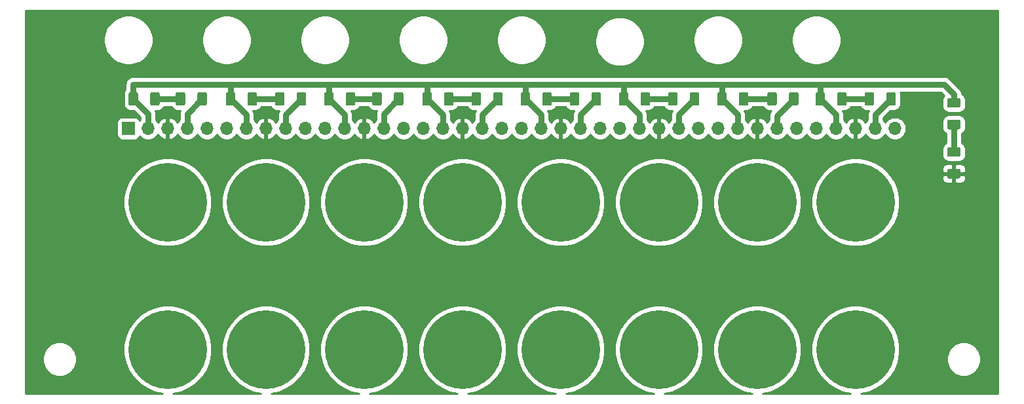
<source format=gbr>
G04 #@! TF.GenerationSoftware,KiCad,Pcbnew,5.1.8+dfsg1-1+b1*
G04 #@! TF.CreationDate,2021-05-07T11:53:53-05:00*
G04 #@! TF.ProjectId,front-panel,66726f6e-742d-4706-916e-656c2e6b6963,A*
G04 #@! TF.SameCoordinates,Original*
G04 #@! TF.FileFunction,Copper,L1,Top*
G04 #@! TF.FilePolarity,Positive*
%FSLAX46Y46*%
G04 Gerber Fmt 4.6, Leading zero omitted, Abs format (unit mm)*
G04 Created by KiCad (PCBNEW 5.1.8+dfsg1-1+b1) date 2021-05-07 11:53:53*
%MOMM*%
%LPD*%
G01*
G04 APERTURE LIST*
G04 #@! TA.AperFunction,ComponentPad*
%ADD10C,10.160000*%
G04 #@! TD*
G04 #@! TA.AperFunction,ComponentPad*
%ADD11O,1.700000X1.700000*%
G04 #@! TD*
G04 #@! TA.AperFunction,ComponentPad*
%ADD12R,1.700000X1.700000*%
G04 #@! TD*
G04 #@! TA.AperFunction,Conductor*
%ADD13C,0.762000*%
G04 #@! TD*
G04 #@! TA.AperFunction,Conductor*
%ADD14C,0.254000*%
G04 #@! TD*
G04 #@! TA.AperFunction,Conductor*
%ADD15C,0.100000*%
G04 #@! TD*
G04 APERTURE END LIST*
D10*
X133350000Y-104775000D03*
G04 #@! TA.AperFunction,SMDPad,CuDef*
G36*
G01*
X170825000Y-75070000D02*
X172075000Y-75070000D01*
G75*
G02*
X172325000Y-75320000I0J-250000D01*
G01*
X172325000Y-76070000D01*
G75*
G02*
X172075000Y-76320000I-250000J0D01*
G01*
X170825000Y-76320000D01*
G75*
G02*
X170575000Y-76070000I0J250000D01*
G01*
X170575000Y-75320000D01*
G75*
G02*
X170825000Y-75070000I250000J0D01*
G01*
G37*
G04 #@! TD.AperFunction*
G04 #@! TA.AperFunction,SMDPad,CuDef*
G36*
G01*
X170825000Y-72270000D02*
X172075000Y-72270000D01*
G75*
G02*
X172325000Y-72520000I0J-250000D01*
G01*
X172325000Y-73270000D01*
G75*
G02*
X172075000Y-73520000I-250000J0D01*
G01*
X170825000Y-73520000D01*
G75*
G02*
X170575000Y-73270000I0J250000D01*
G01*
X170575000Y-72520000D01*
G75*
G02*
X170825000Y-72270000I250000J0D01*
G01*
G37*
G04 #@! TD.AperFunction*
G04 #@! TA.AperFunction,SMDPad,CuDef*
G36*
G01*
X172075000Y-79870000D02*
X170825000Y-79870000D01*
G75*
G02*
X170575000Y-79620000I0J250000D01*
G01*
X170575000Y-78870000D01*
G75*
G02*
X170825000Y-78620000I250000J0D01*
G01*
X172075000Y-78620000D01*
G75*
G02*
X172325000Y-78870000I0J-250000D01*
G01*
X172325000Y-79620000D01*
G75*
G02*
X172075000Y-79870000I-250000J0D01*
G01*
G37*
G04 #@! TD.AperFunction*
G04 #@! TA.AperFunction,SMDPad,CuDef*
G36*
G01*
X172075000Y-82670000D02*
X170825000Y-82670000D01*
G75*
G02*
X170575000Y-82420000I0J250000D01*
G01*
X170575000Y-81670000D01*
G75*
G02*
X170825000Y-81420000I250000J0D01*
G01*
X172075000Y-81420000D01*
G75*
G02*
X172325000Y-81670000I0J-250000D01*
G01*
X172325000Y-82420000D01*
G75*
G02*
X172075000Y-82670000I-250000J0D01*
G01*
G37*
G04 #@! TD.AperFunction*
X158750000Y-85725000D03*
X133350000Y-85725000D03*
X107950000Y-85725000D03*
X82550000Y-85725000D03*
X146050000Y-85725000D03*
X120650000Y-85725000D03*
X95250000Y-85725000D03*
X69850000Y-85725000D03*
X158750000Y-104775000D03*
X107950000Y-104775000D03*
X82550000Y-104775000D03*
X146050000Y-104775000D03*
X120650000Y-104775000D03*
X95250000Y-104775000D03*
X69850000Y-104775000D03*
G04 #@! TA.AperFunction,SMDPad,CuDef*
G36*
G01*
X156350000Y-73015000D02*
X156350000Y-71765000D01*
G75*
G02*
X156600000Y-71515000I250000J0D01*
G01*
X157350000Y-71515000D01*
G75*
G02*
X157600000Y-71765000I0J-250000D01*
G01*
X157600000Y-73015000D01*
G75*
G02*
X157350000Y-73265000I-250000J0D01*
G01*
X156600000Y-73265000D01*
G75*
G02*
X156350000Y-73015000I0J250000D01*
G01*
G37*
G04 #@! TD.AperFunction*
G04 #@! TA.AperFunction,SMDPad,CuDef*
G36*
G01*
X153550000Y-73015000D02*
X153550000Y-71765000D01*
G75*
G02*
X153800000Y-71515000I250000J0D01*
G01*
X154550000Y-71515000D01*
G75*
G02*
X154800000Y-71765000I0J-250000D01*
G01*
X154800000Y-73015000D01*
G75*
G02*
X154550000Y-73265000I-250000J0D01*
G01*
X153800000Y-73265000D01*
G75*
G02*
X153550000Y-73015000I0J250000D01*
G01*
G37*
G04 #@! TD.AperFunction*
G04 #@! TA.AperFunction,SMDPad,CuDef*
G36*
G01*
X130950000Y-73015000D02*
X130950000Y-71765000D01*
G75*
G02*
X131200000Y-71515000I250000J0D01*
G01*
X131950000Y-71515000D01*
G75*
G02*
X132200000Y-71765000I0J-250000D01*
G01*
X132200000Y-73015000D01*
G75*
G02*
X131950000Y-73265000I-250000J0D01*
G01*
X131200000Y-73265000D01*
G75*
G02*
X130950000Y-73015000I0J250000D01*
G01*
G37*
G04 #@! TD.AperFunction*
G04 #@! TA.AperFunction,SMDPad,CuDef*
G36*
G01*
X128150000Y-73015000D02*
X128150000Y-71765000D01*
G75*
G02*
X128400000Y-71515000I250000J0D01*
G01*
X129150000Y-71515000D01*
G75*
G02*
X129400000Y-71765000I0J-250000D01*
G01*
X129400000Y-73015000D01*
G75*
G02*
X129150000Y-73265000I-250000J0D01*
G01*
X128400000Y-73265000D01*
G75*
G02*
X128150000Y-73015000I0J250000D01*
G01*
G37*
G04 #@! TD.AperFunction*
G04 #@! TA.AperFunction,SMDPad,CuDef*
G36*
G01*
X105550000Y-73015000D02*
X105550000Y-71765000D01*
G75*
G02*
X105800000Y-71515000I250000J0D01*
G01*
X106550000Y-71515000D01*
G75*
G02*
X106800000Y-71765000I0J-250000D01*
G01*
X106800000Y-73015000D01*
G75*
G02*
X106550000Y-73265000I-250000J0D01*
G01*
X105800000Y-73265000D01*
G75*
G02*
X105550000Y-73015000I0J250000D01*
G01*
G37*
G04 #@! TD.AperFunction*
G04 #@! TA.AperFunction,SMDPad,CuDef*
G36*
G01*
X102750000Y-73015000D02*
X102750000Y-71765000D01*
G75*
G02*
X103000000Y-71515000I250000J0D01*
G01*
X103750000Y-71515000D01*
G75*
G02*
X104000000Y-71765000I0J-250000D01*
G01*
X104000000Y-73015000D01*
G75*
G02*
X103750000Y-73265000I-250000J0D01*
G01*
X103000000Y-73265000D01*
G75*
G02*
X102750000Y-73015000I0J250000D01*
G01*
G37*
G04 #@! TD.AperFunction*
G04 #@! TA.AperFunction,SMDPad,CuDef*
G36*
G01*
X80150000Y-73015000D02*
X80150000Y-71765000D01*
G75*
G02*
X80400000Y-71515000I250000J0D01*
G01*
X81150000Y-71515000D01*
G75*
G02*
X81400000Y-71765000I0J-250000D01*
G01*
X81400000Y-73015000D01*
G75*
G02*
X81150000Y-73265000I-250000J0D01*
G01*
X80400000Y-73265000D01*
G75*
G02*
X80150000Y-73015000I0J250000D01*
G01*
G37*
G04 #@! TD.AperFunction*
G04 #@! TA.AperFunction,SMDPad,CuDef*
G36*
G01*
X77350000Y-73015000D02*
X77350000Y-71765000D01*
G75*
G02*
X77600000Y-71515000I250000J0D01*
G01*
X78350000Y-71515000D01*
G75*
G02*
X78600000Y-71765000I0J-250000D01*
G01*
X78600000Y-73015000D01*
G75*
G02*
X78350000Y-73265000I-250000J0D01*
G01*
X77600000Y-73265000D01*
G75*
G02*
X77350000Y-73015000I0J250000D01*
G01*
G37*
G04 #@! TD.AperFunction*
G04 #@! TA.AperFunction,SMDPad,CuDef*
G36*
G01*
X143650000Y-73015000D02*
X143650000Y-71765000D01*
G75*
G02*
X143900000Y-71515000I250000J0D01*
G01*
X144650000Y-71515000D01*
G75*
G02*
X144900000Y-71765000I0J-250000D01*
G01*
X144900000Y-73015000D01*
G75*
G02*
X144650000Y-73265000I-250000J0D01*
G01*
X143900000Y-73265000D01*
G75*
G02*
X143650000Y-73015000I0J250000D01*
G01*
G37*
G04 #@! TD.AperFunction*
G04 #@! TA.AperFunction,SMDPad,CuDef*
G36*
G01*
X140850000Y-73015000D02*
X140850000Y-71765000D01*
G75*
G02*
X141100000Y-71515000I250000J0D01*
G01*
X141850000Y-71515000D01*
G75*
G02*
X142100000Y-71765000I0J-250000D01*
G01*
X142100000Y-73015000D01*
G75*
G02*
X141850000Y-73265000I-250000J0D01*
G01*
X141100000Y-73265000D01*
G75*
G02*
X140850000Y-73015000I0J250000D01*
G01*
G37*
G04 #@! TD.AperFunction*
G04 #@! TA.AperFunction,SMDPad,CuDef*
G36*
G01*
X118250000Y-73015000D02*
X118250000Y-71765000D01*
G75*
G02*
X118500000Y-71515000I250000J0D01*
G01*
X119250000Y-71515000D01*
G75*
G02*
X119500000Y-71765000I0J-250000D01*
G01*
X119500000Y-73015000D01*
G75*
G02*
X119250000Y-73265000I-250000J0D01*
G01*
X118500000Y-73265000D01*
G75*
G02*
X118250000Y-73015000I0J250000D01*
G01*
G37*
G04 #@! TD.AperFunction*
G04 #@! TA.AperFunction,SMDPad,CuDef*
G36*
G01*
X115450000Y-73015000D02*
X115450000Y-71765000D01*
G75*
G02*
X115700000Y-71515000I250000J0D01*
G01*
X116450000Y-71515000D01*
G75*
G02*
X116700000Y-71765000I0J-250000D01*
G01*
X116700000Y-73015000D01*
G75*
G02*
X116450000Y-73265000I-250000J0D01*
G01*
X115700000Y-73265000D01*
G75*
G02*
X115450000Y-73015000I0J250000D01*
G01*
G37*
G04 #@! TD.AperFunction*
G04 #@! TA.AperFunction,SMDPad,CuDef*
G36*
G01*
X92850000Y-73015000D02*
X92850000Y-71765000D01*
G75*
G02*
X93100000Y-71515000I250000J0D01*
G01*
X93850000Y-71515000D01*
G75*
G02*
X94100000Y-71765000I0J-250000D01*
G01*
X94100000Y-73015000D01*
G75*
G02*
X93850000Y-73265000I-250000J0D01*
G01*
X93100000Y-73265000D01*
G75*
G02*
X92850000Y-73015000I0J250000D01*
G01*
G37*
G04 #@! TD.AperFunction*
G04 #@! TA.AperFunction,SMDPad,CuDef*
G36*
G01*
X90050000Y-73015000D02*
X90050000Y-71765000D01*
G75*
G02*
X90300000Y-71515000I250000J0D01*
G01*
X91050000Y-71515000D01*
G75*
G02*
X91300000Y-71765000I0J-250000D01*
G01*
X91300000Y-73015000D01*
G75*
G02*
X91050000Y-73265000I-250000J0D01*
G01*
X90300000Y-73265000D01*
G75*
G02*
X90050000Y-73015000I0J250000D01*
G01*
G37*
G04 #@! TD.AperFunction*
G04 #@! TA.AperFunction,SMDPad,CuDef*
G36*
G01*
X67580000Y-73015000D02*
X67580000Y-71765000D01*
G75*
G02*
X67830000Y-71515000I250000J0D01*
G01*
X68580000Y-71515000D01*
G75*
G02*
X68830000Y-71765000I0J-250000D01*
G01*
X68830000Y-73015000D01*
G75*
G02*
X68580000Y-73265000I-250000J0D01*
G01*
X67830000Y-73265000D01*
G75*
G02*
X67580000Y-73015000I0J250000D01*
G01*
G37*
G04 #@! TD.AperFunction*
G04 #@! TA.AperFunction,SMDPad,CuDef*
G36*
G01*
X64780000Y-73015000D02*
X64780000Y-71765000D01*
G75*
G02*
X65030000Y-71515000I250000J0D01*
G01*
X65780000Y-71515000D01*
G75*
G02*
X66030000Y-71765000I0J-250000D01*
G01*
X66030000Y-73015000D01*
G75*
G02*
X65780000Y-73265000I-250000J0D01*
G01*
X65030000Y-73265000D01*
G75*
G02*
X64780000Y-73015000I0J250000D01*
G01*
G37*
G04 #@! TD.AperFunction*
D11*
X163830000Y-76200000D03*
X161290000Y-76200000D03*
X158750000Y-76200000D03*
X156210000Y-76200000D03*
X153670000Y-76200000D03*
X151130000Y-76200000D03*
X148590000Y-76200000D03*
X146050000Y-76200000D03*
X143510000Y-76200000D03*
X140970000Y-76200000D03*
X138430000Y-76200000D03*
X135890000Y-76200000D03*
X133350000Y-76200000D03*
X130810000Y-76200000D03*
X128270000Y-76200000D03*
X125730000Y-76200000D03*
X123190000Y-76200000D03*
X120650000Y-76200000D03*
X118110000Y-76200000D03*
X115570000Y-76200000D03*
X113030000Y-76200000D03*
X110490000Y-76200000D03*
X107950000Y-76200000D03*
X105410000Y-76200000D03*
X102870000Y-76200000D03*
X100330000Y-76200000D03*
X97790000Y-76200000D03*
X95250000Y-76200000D03*
X92710000Y-76200000D03*
X90170000Y-76200000D03*
X87630000Y-76200000D03*
X85090000Y-76200000D03*
X82550000Y-76200000D03*
X80010000Y-76200000D03*
X77470000Y-76200000D03*
X74930000Y-76200000D03*
X72390000Y-76200000D03*
X69850000Y-76200000D03*
X67310000Y-76200000D03*
D12*
X64770000Y-76200000D03*
G04 #@! TA.AperFunction,SMDPad,CuDef*
G36*
G01*
X161150000Y-71765000D02*
X161150000Y-73015000D01*
G75*
G02*
X160900000Y-73265000I-250000J0D01*
G01*
X160150000Y-73265000D01*
G75*
G02*
X159900000Y-73015000I0J250000D01*
G01*
X159900000Y-71765000D01*
G75*
G02*
X160150000Y-71515000I250000J0D01*
G01*
X160900000Y-71515000D01*
G75*
G02*
X161150000Y-71765000I0J-250000D01*
G01*
G37*
G04 #@! TD.AperFunction*
G04 #@! TA.AperFunction,SMDPad,CuDef*
G36*
G01*
X163950000Y-71765000D02*
X163950000Y-73015000D01*
G75*
G02*
X163700000Y-73265000I-250000J0D01*
G01*
X162950000Y-73265000D01*
G75*
G02*
X162700000Y-73015000I0J250000D01*
G01*
X162700000Y-71765000D01*
G75*
G02*
X162950000Y-71515000I250000J0D01*
G01*
X163700000Y-71515000D01*
G75*
G02*
X163950000Y-71765000I0J-250000D01*
G01*
G37*
G04 #@! TD.AperFunction*
G04 #@! TA.AperFunction,SMDPad,CuDef*
G36*
G01*
X135750000Y-71765000D02*
X135750000Y-73015000D01*
G75*
G02*
X135500000Y-73265000I-250000J0D01*
G01*
X134750000Y-73265000D01*
G75*
G02*
X134500000Y-73015000I0J250000D01*
G01*
X134500000Y-71765000D01*
G75*
G02*
X134750000Y-71515000I250000J0D01*
G01*
X135500000Y-71515000D01*
G75*
G02*
X135750000Y-71765000I0J-250000D01*
G01*
G37*
G04 #@! TD.AperFunction*
G04 #@! TA.AperFunction,SMDPad,CuDef*
G36*
G01*
X138550000Y-71765000D02*
X138550000Y-73015000D01*
G75*
G02*
X138300000Y-73265000I-250000J0D01*
G01*
X137550000Y-73265000D01*
G75*
G02*
X137300000Y-73015000I0J250000D01*
G01*
X137300000Y-71765000D01*
G75*
G02*
X137550000Y-71515000I250000J0D01*
G01*
X138300000Y-71515000D01*
G75*
G02*
X138550000Y-71765000I0J-250000D01*
G01*
G37*
G04 #@! TD.AperFunction*
G04 #@! TA.AperFunction,SMDPad,CuDef*
G36*
G01*
X110350000Y-71765000D02*
X110350000Y-73015000D01*
G75*
G02*
X110100000Y-73265000I-250000J0D01*
G01*
X109350000Y-73265000D01*
G75*
G02*
X109100000Y-73015000I0J250000D01*
G01*
X109100000Y-71765000D01*
G75*
G02*
X109350000Y-71515000I250000J0D01*
G01*
X110100000Y-71515000D01*
G75*
G02*
X110350000Y-71765000I0J-250000D01*
G01*
G37*
G04 #@! TD.AperFunction*
G04 #@! TA.AperFunction,SMDPad,CuDef*
G36*
G01*
X113150000Y-71765000D02*
X113150000Y-73015000D01*
G75*
G02*
X112900000Y-73265000I-250000J0D01*
G01*
X112150000Y-73265000D01*
G75*
G02*
X111900000Y-73015000I0J250000D01*
G01*
X111900000Y-71765000D01*
G75*
G02*
X112150000Y-71515000I250000J0D01*
G01*
X112900000Y-71515000D01*
G75*
G02*
X113150000Y-71765000I0J-250000D01*
G01*
G37*
G04 #@! TD.AperFunction*
G04 #@! TA.AperFunction,SMDPad,CuDef*
G36*
G01*
X84950000Y-71765000D02*
X84950000Y-73015000D01*
G75*
G02*
X84700000Y-73265000I-250000J0D01*
G01*
X83950000Y-73265000D01*
G75*
G02*
X83700000Y-73015000I0J250000D01*
G01*
X83700000Y-71765000D01*
G75*
G02*
X83950000Y-71515000I250000J0D01*
G01*
X84700000Y-71515000D01*
G75*
G02*
X84950000Y-71765000I0J-250000D01*
G01*
G37*
G04 #@! TD.AperFunction*
G04 #@! TA.AperFunction,SMDPad,CuDef*
G36*
G01*
X87750000Y-71765000D02*
X87750000Y-73015000D01*
G75*
G02*
X87500000Y-73265000I-250000J0D01*
G01*
X86750000Y-73265000D01*
G75*
G02*
X86500000Y-73015000I0J250000D01*
G01*
X86500000Y-71765000D01*
G75*
G02*
X86750000Y-71515000I250000J0D01*
G01*
X87500000Y-71515000D01*
G75*
G02*
X87750000Y-71765000I0J-250000D01*
G01*
G37*
G04 #@! TD.AperFunction*
G04 #@! TA.AperFunction,SMDPad,CuDef*
G36*
G01*
X148580000Y-71765000D02*
X148580000Y-73015000D01*
G75*
G02*
X148330000Y-73265000I-250000J0D01*
G01*
X147580000Y-73265000D01*
G75*
G02*
X147330000Y-73015000I0J250000D01*
G01*
X147330000Y-71765000D01*
G75*
G02*
X147580000Y-71515000I250000J0D01*
G01*
X148330000Y-71515000D01*
G75*
G02*
X148580000Y-71765000I0J-250000D01*
G01*
G37*
G04 #@! TD.AperFunction*
G04 #@! TA.AperFunction,SMDPad,CuDef*
G36*
G01*
X151380000Y-71765000D02*
X151380000Y-73015000D01*
G75*
G02*
X151130000Y-73265000I-250000J0D01*
G01*
X150380000Y-73265000D01*
G75*
G02*
X150130000Y-73015000I0J250000D01*
G01*
X150130000Y-71765000D01*
G75*
G02*
X150380000Y-71515000I250000J0D01*
G01*
X151130000Y-71515000D01*
G75*
G02*
X151380000Y-71765000I0J-250000D01*
G01*
G37*
G04 #@! TD.AperFunction*
G04 #@! TA.AperFunction,SMDPad,CuDef*
G36*
G01*
X123050000Y-71765000D02*
X123050000Y-73015000D01*
G75*
G02*
X122800000Y-73265000I-250000J0D01*
G01*
X122050000Y-73265000D01*
G75*
G02*
X121800000Y-73015000I0J250000D01*
G01*
X121800000Y-71765000D01*
G75*
G02*
X122050000Y-71515000I250000J0D01*
G01*
X122800000Y-71515000D01*
G75*
G02*
X123050000Y-71765000I0J-250000D01*
G01*
G37*
G04 #@! TD.AperFunction*
G04 #@! TA.AperFunction,SMDPad,CuDef*
G36*
G01*
X125850000Y-71765000D02*
X125850000Y-73015000D01*
G75*
G02*
X125600000Y-73265000I-250000J0D01*
G01*
X124850000Y-73265000D01*
G75*
G02*
X124600000Y-73015000I0J250000D01*
G01*
X124600000Y-71765000D01*
G75*
G02*
X124850000Y-71515000I250000J0D01*
G01*
X125600000Y-71515000D01*
G75*
G02*
X125850000Y-71765000I0J-250000D01*
G01*
G37*
G04 #@! TD.AperFunction*
G04 #@! TA.AperFunction,SMDPad,CuDef*
G36*
G01*
X97520000Y-71765000D02*
X97520000Y-73015000D01*
G75*
G02*
X97270000Y-73265000I-250000J0D01*
G01*
X96520000Y-73265000D01*
G75*
G02*
X96270000Y-73015000I0J250000D01*
G01*
X96270000Y-71765000D01*
G75*
G02*
X96520000Y-71515000I250000J0D01*
G01*
X97270000Y-71515000D01*
G75*
G02*
X97520000Y-71765000I0J-250000D01*
G01*
G37*
G04 #@! TD.AperFunction*
G04 #@! TA.AperFunction,SMDPad,CuDef*
G36*
G01*
X100320000Y-71765000D02*
X100320000Y-73015000D01*
G75*
G02*
X100070000Y-73265000I-250000J0D01*
G01*
X99320000Y-73265000D01*
G75*
G02*
X99070000Y-73015000I0J250000D01*
G01*
X99070000Y-71765000D01*
G75*
G02*
X99320000Y-71515000I250000J0D01*
G01*
X100070000Y-71515000D01*
G75*
G02*
X100320000Y-71765000I0J-250000D01*
G01*
G37*
G04 #@! TD.AperFunction*
G04 #@! TA.AperFunction,SMDPad,CuDef*
G36*
G01*
X72120000Y-71765000D02*
X72120000Y-73015000D01*
G75*
G02*
X71870000Y-73265000I-250000J0D01*
G01*
X71120000Y-73265000D01*
G75*
G02*
X70870000Y-73015000I0J250000D01*
G01*
X70870000Y-71765000D01*
G75*
G02*
X71120000Y-71515000I250000J0D01*
G01*
X71870000Y-71515000D01*
G75*
G02*
X72120000Y-71765000I0J-250000D01*
G01*
G37*
G04 #@! TD.AperFunction*
G04 #@! TA.AperFunction,SMDPad,CuDef*
G36*
G01*
X74920000Y-71765000D02*
X74920000Y-73015000D01*
G75*
G02*
X74670000Y-73265000I-250000J0D01*
G01*
X73920000Y-73265000D01*
G75*
G02*
X73670000Y-73015000I0J250000D01*
G01*
X73670000Y-71765000D01*
G75*
G02*
X73920000Y-71515000I250000J0D01*
G01*
X74670000Y-71515000D01*
G75*
G02*
X74920000Y-71765000I0J-250000D01*
G01*
G37*
G04 #@! TD.AperFunction*
D13*
X68205000Y-72390000D02*
X71495000Y-72390000D01*
X72390000Y-74295000D02*
X74295000Y-72390000D01*
X72390000Y-76200000D02*
X72390000Y-74295000D01*
X80775000Y-72390000D02*
X84325000Y-72390000D01*
X85090000Y-74425000D02*
X87125000Y-72390000D01*
X85090000Y-76200000D02*
X85090000Y-74425000D01*
X93475000Y-72390000D02*
X96895000Y-72390000D01*
X97790000Y-74295000D02*
X99695000Y-72390000D01*
X97790000Y-76200000D02*
X97790000Y-74295000D01*
X106175000Y-72390000D02*
X109725000Y-72390000D01*
X110490000Y-74425000D02*
X112525000Y-72390000D01*
X110490000Y-76200000D02*
X110490000Y-74425000D01*
X118875000Y-72390000D02*
X122425000Y-72390000D01*
X123190000Y-74425000D02*
X125225000Y-72390000D01*
X123190000Y-76200000D02*
X123190000Y-74425000D01*
X131575000Y-72390000D02*
X135125000Y-72390000D01*
X135890000Y-74425000D02*
X137925000Y-72390000D01*
X135890000Y-76200000D02*
X135890000Y-74425000D01*
X144275000Y-72390000D02*
X147955000Y-72390000D01*
X148590000Y-74555000D02*
X150755000Y-72390000D01*
X148590000Y-76200000D02*
X148590000Y-74555000D01*
X156975000Y-72390000D02*
X160525000Y-72390000D01*
X161290000Y-74425000D02*
X163325000Y-72390000D01*
X161290000Y-76200000D02*
X161290000Y-74425000D01*
X67310000Y-74295000D02*
X65405000Y-72390000D01*
X67310000Y-76200000D02*
X67310000Y-74295000D01*
X80010000Y-74425000D02*
X77975000Y-72390000D01*
X80010000Y-76200000D02*
X80010000Y-74425000D01*
X92710000Y-74425000D02*
X90675000Y-72390000D01*
X92710000Y-76200000D02*
X92710000Y-74425000D01*
X105410000Y-74425000D02*
X103375000Y-72390000D01*
X105410000Y-76200000D02*
X105410000Y-74425000D01*
X118110000Y-74425000D02*
X116075000Y-72390000D01*
X118110000Y-76200000D02*
X118110000Y-74425000D01*
X130810000Y-74425000D02*
X128775000Y-72390000D01*
X130810000Y-76200000D02*
X130810000Y-74425000D01*
X143510000Y-74425000D02*
X141475000Y-72390000D01*
X143510000Y-76200000D02*
X143510000Y-74425000D01*
X156210000Y-74425000D02*
X154175000Y-72390000D01*
X156210000Y-76200000D02*
X156210000Y-74425000D01*
X65405000Y-72390000D02*
X65405000Y-70485000D01*
X154175000Y-70615000D02*
X154305000Y-70485000D01*
X154175000Y-72390000D02*
X154175000Y-70615000D01*
X141475000Y-72390000D02*
X141475000Y-70615000D01*
X141475000Y-70615000D02*
X141605000Y-70485000D01*
X141605000Y-70485000D02*
X154305000Y-70485000D01*
X128775000Y-70615000D02*
X128905000Y-70485000D01*
X128775000Y-72390000D02*
X128775000Y-70615000D01*
X128905000Y-70485000D02*
X141605000Y-70485000D01*
X116075000Y-70615000D02*
X116205000Y-70485000D01*
X116075000Y-72390000D02*
X116075000Y-70615000D01*
X116205000Y-70485000D02*
X128905000Y-70485000D01*
X103375000Y-70615000D02*
X103505000Y-70485000D01*
X103375000Y-72390000D02*
X103375000Y-70615000D01*
X103505000Y-70485000D02*
X116205000Y-70485000D01*
X77975000Y-70615000D02*
X78105000Y-70485000D01*
X77975000Y-72390000D02*
X77975000Y-70615000D01*
X65405000Y-70485000D02*
X78105000Y-70485000D01*
X154305000Y-70485000D02*
X170180000Y-70485000D01*
X171450000Y-71755000D02*
X171450000Y-72895000D01*
X170180000Y-70485000D02*
X171450000Y-71755000D01*
X90675000Y-70615000D02*
X90675000Y-72390000D01*
X90805000Y-70485000D02*
X90675000Y-70615000D01*
X90805000Y-70485000D02*
X103505000Y-70485000D01*
X78105000Y-70485000D02*
X90805000Y-70485000D01*
X171450000Y-75695000D02*
X171450000Y-79245000D01*
D14*
X177140000Y-110465000D02*
X159438561Y-110465000D01*
X160417004Y-110270375D01*
X161457067Y-109839567D01*
X162393100Y-109214130D01*
X163189130Y-108418100D01*
X163814567Y-107482067D01*
X164245375Y-106442004D01*
X164368130Y-105824872D01*
X170485000Y-105824872D01*
X170485000Y-106265128D01*
X170570890Y-106696925D01*
X170739369Y-107103669D01*
X170983962Y-107469729D01*
X171295271Y-107781038D01*
X171661331Y-108025631D01*
X172068075Y-108194110D01*
X172499872Y-108280000D01*
X172940128Y-108280000D01*
X173371925Y-108194110D01*
X173778669Y-108025631D01*
X174144729Y-107781038D01*
X174456038Y-107469729D01*
X174700631Y-107103669D01*
X174869110Y-106696925D01*
X174955000Y-106265128D01*
X174955000Y-105824872D01*
X174869110Y-105393075D01*
X174700631Y-104986331D01*
X174456038Y-104620271D01*
X174144729Y-104308962D01*
X173778669Y-104064369D01*
X173371925Y-103895890D01*
X172940128Y-103810000D01*
X172499872Y-103810000D01*
X172068075Y-103895890D01*
X171661331Y-104064369D01*
X171295271Y-104308962D01*
X170983962Y-104620271D01*
X170739369Y-104986331D01*
X170570890Y-105393075D01*
X170485000Y-105824872D01*
X164368130Y-105824872D01*
X164465000Y-105337878D01*
X164465000Y-104212122D01*
X164245375Y-103107996D01*
X163814567Y-102067933D01*
X163189130Y-101131900D01*
X162393100Y-100335870D01*
X161457067Y-99710433D01*
X160417004Y-99279625D01*
X159312878Y-99060000D01*
X158187122Y-99060000D01*
X157082996Y-99279625D01*
X156042933Y-99710433D01*
X155106900Y-100335870D01*
X154310870Y-101131900D01*
X153685433Y-102067933D01*
X153254625Y-103107996D01*
X153035000Y-104212122D01*
X153035000Y-105337878D01*
X153254625Y-106442004D01*
X153685433Y-107482067D01*
X154310870Y-108418100D01*
X155106900Y-109214130D01*
X156042933Y-109839567D01*
X157082996Y-110270375D01*
X158061439Y-110465000D01*
X146738561Y-110465000D01*
X147717004Y-110270375D01*
X148757067Y-109839567D01*
X149693100Y-109214130D01*
X150489130Y-108418100D01*
X151114567Y-107482067D01*
X151545375Y-106442004D01*
X151765000Y-105337878D01*
X151765000Y-104212122D01*
X151545375Y-103107996D01*
X151114567Y-102067933D01*
X150489130Y-101131900D01*
X149693100Y-100335870D01*
X148757067Y-99710433D01*
X147717004Y-99279625D01*
X146612878Y-99060000D01*
X145487122Y-99060000D01*
X144382996Y-99279625D01*
X143342933Y-99710433D01*
X142406900Y-100335870D01*
X141610870Y-101131900D01*
X140985433Y-102067933D01*
X140554625Y-103107996D01*
X140335000Y-104212122D01*
X140335000Y-105337878D01*
X140554625Y-106442004D01*
X140985433Y-107482067D01*
X141610870Y-108418100D01*
X142406900Y-109214130D01*
X143342933Y-109839567D01*
X144382996Y-110270375D01*
X145361439Y-110465000D01*
X134038561Y-110465000D01*
X135017004Y-110270375D01*
X136057067Y-109839567D01*
X136993100Y-109214130D01*
X137789130Y-108418100D01*
X138414567Y-107482067D01*
X138845375Y-106442004D01*
X139065000Y-105337878D01*
X139065000Y-104212122D01*
X138845375Y-103107996D01*
X138414567Y-102067933D01*
X137789130Y-101131900D01*
X136993100Y-100335870D01*
X136057067Y-99710433D01*
X135017004Y-99279625D01*
X133912878Y-99060000D01*
X132787122Y-99060000D01*
X131682996Y-99279625D01*
X130642933Y-99710433D01*
X129706900Y-100335870D01*
X128910870Y-101131900D01*
X128285433Y-102067933D01*
X127854625Y-103107996D01*
X127635000Y-104212122D01*
X127635000Y-105337878D01*
X127854625Y-106442004D01*
X128285433Y-107482067D01*
X128910870Y-108418100D01*
X129706900Y-109214130D01*
X130642933Y-109839567D01*
X131682996Y-110270375D01*
X132661439Y-110465000D01*
X121338561Y-110465000D01*
X122317004Y-110270375D01*
X123357067Y-109839567D01*
X124293100Y-109214130D01*
X125089130Y-108418100D01*
X125714567Y-107482067D01*
X126145375Y-106442004D01*
X126365000Y-105337878D01*
X126365000Y-104212122D01*
X126145375Y-103107996D01*
X125714567Y-102067933D01*
X125089130Y-101131900D01*
X124293100Y-100335870D01*
X123357067Y-99710433D01*
X122317004Y-99279625D01*
X121212878Y-99060000D01*
X120087122Y-99060000D01*
X118982996Y-99279625D01*
X117942933Y-99710433D01*
X117006900Y-100335870D01*
X116210870Y-101131900D01*
X115585433Y-102067933D01*
X115154625Y-103107996D01*
X114935000Y-104212122D01*
X114935000Y-105337878D01*
X115154625Y-106442004D01*
X115585433Y-107482067D01*
X116210870Y-108418100D01*
X117006900Y-109214130D01*
X117942933Y-109839567D01*
X118982996Y-110270375D01*
X119961439Y-110465000D01*
X108638561Y-110465000D01*
X109617004Y-110270375D01*
X110657067Y-109839567D01*
X111593100Y-109214130D01*
X112389130Y-108418100D01*
X113014567Y-107482067D01*
X113445375Y-106442004D01*
X113665000Y-105337878D01*
X113665000Y-104212122D01*
X113445375Y-103107996D01*
X113014567Y-102067933D01*
X112389130Y-101131900D01*
X111593100Y-100335870D01*
X110657067Y-99710433D01*
X109617004Y-99279625D01*
X108512878Y-99060000D01*
X107387122Y-99060000D01*
X106282996Y-99279625D01*
X105242933Y-99710433D01*
X104306900Y-100335870D01*
X103510870Y-101131900D01*
X102885433Y-102067933D01*
X102454625Y-103107996D01*
X102235000Y-104212122D01*
X102235000Y-105337878D01*
X102454625Y-106442004D01*
X102885433Y-107482067D01*
X103510870Y-108418100D01*
X104306900Y-109214130D01*
X105242933Y-109839567D01*
X106282996Y-110270375D01*
X107261439Y-110465000D01*
X95938561Y-110465000D01*
X96917004Y-110270375D01*
X97957067Y-109839567D01*
X98893100Y-109214130D01*
X99689130Y-108418100D01*
X100314567Y-107482067D01*
X100745375Y-106442004D01*
X100965000Y-105337878D01*
X100965000Y-104212122D01*
X100745375Y-103107996D01*
X100314567Y-102067933D01*
X99689130Y-101131900D01*
X98893100Y-100335870D01*
X97957067Y-99710433D01*
X96917004Y-99279625D01*
X95812878Y-99060000D01*
X94687122Y-99060000D01*
X93582996Y-99279625D01*
X92542933Y-99710433D01*
X91606900Y-100335870D01*
X90810870Y-101131900D01*
X90185433Y-102067933D01*
X89754625Y-103107996D01*
X89535000Y-104212122D01*
X89535000Y-105337878D01*
X89754625Y-106442004D01*
X90185433Y-107482067D01*
X90810870Y-108418100D01*
X91606900Y-109214130D01*
X92542933Y-109839567D01*
X93582996Y-110270375D01*
X94561439Y-110465000D01*
X83238561Y-110465000D01*
X84217004Y-110270375D01*
X85257067Y-109839567D01*
X86193100Y-109214130D01*
X86989130Y-108418100D01*
X87614567Y-107482067D01*
X88045375Y-106442004D01*
X88265000Y-105337878D01*
X88265000Y-104212122D01*
X88045375Y-103107996D01*
X87614567Y-102067933D01*
X86989130Y-101131900D01*
X86193100Y-100335870D01*
X85257067Y-99710433D01*
X84217004Y-99279625D01*
X83112878Y-99060000D01*
X81987122Y-99060000D01*
X80882996Y-99279625D01*
X79842933Y-99710433D01*
X78906900Y-100335870D01*
X78110870Y-101131900D01*
X77485433Y-102067933D01*
X77054625Y-103107996D01*
X76835000Y-104212122D01*
X76835000Y-105337878D01*
X77054625Y-106442004D01*
X77485433Y-107482067D01*
X78110870Y-108418100D01*
X78906900Y-109214130D01*
X79842933Y-109839567D01*
X80882996Y-110270375D01*
X81861439Y-110465000D01*
X70538561Y-110465000D01*
X71517004Y-110270375D01*
X72557067Y-109839567D01*
X73493100Y-109214130D01*
X74289130Y-108418100D01*
X74914567Y-107482067D01*
X75345375Y-106442004D01*
X75565000Y-105337878D01*
X75565000Y-104212122D01*
X75345375Y-103107996D01*
X74914567Y-102067933D01*
X74289130Y-101131900D01*
X73493100Y-100335870D01*
X72557067Y-99710433D01*
X71517004Y-99279625D01*
X70412878Y-99060000D01*
X69287122Y-99060000D01*
X68182996Y-99279625D01*
X67142933Y-99710433D01*
X66206900Y-100335870D01*
X65410870Y-101131900D01*
X64785433Y-102067933D01*
X64354625Y-103107996D01*
X64135000Y-104212122D01*
X64135000Y-105337878D01*
X64354625Y-106442004D01*
X64785433Y-107482067D01*
X65410870Y-108418100D01*
X66206900Y-109214130D01*
X67142933Y-109839567D01*
X68182996Y-110270375D01*
X69161439Y-110465000D01*
X51460000Y-110465000D01*
X51460000Y-105824872D01*
X53645000Y-105824872D01*
X53645000Y-106265128D01*
X53730890Y-106696925D01*
X53899369Y-107103669D01*
X54143962Y-107469729D01*
X54455271Y-107781038D01*
X54821331Y-108025631D01*
X55228075Y-108194110D01*
X55659872Y-108280000D01*
X56100128Y-108280000D01*
X56531925Y-108194110D01*
X56938669Y-108025631D01*
X57304729Y-107781038D01*
X57616038Y-107469729D01*
X57860631Y-107103669D01*
X58029110Y-106696925D01*
X58115000Y-106265128D01*
X58115000Y-105824872D01*
X58029110Y-105393075D01*
X57860631Y-104986331D01*
X57616038Y-104620271D01*
X57304729Y-104308962D01*
X56938669Y-104064369D01*
X56531925Y-103895890D01*
X56100128Y-103810000D01*
X55659872Y-103810000D01*
X55228075Y-103895890D01*
X54821331Y-104064369D01*
X54455271Y-104308962D01*
X54143962Y-104620271D01*
X53899369Y-104986331D01*
X53730890Y-105393075D01*
X53645000Y-105824872D01*
X51460000Y-105824872D01*
X51460000Y-85162122D01*
X64135000Y-85162122D01*
X64135000Y-86287878D01*
X64354625Y-87392004D01*
X64785433Y-88432067D01*
X65410870Y-89368100D01*
X66206900Y-90164130D01*
X67142933Y-90789567D01*
X68182996Y-91220375D01*
X69287122Y-91440000D01*
X70412878Y-91440000D01*
X71517004Y-91220375D01*
X72557067Y-90789567D01*
X73493100Y-90164130D01*
X74289130Y-89368100D01*
X74914567Y-88432067D01*
X75345375Y-87392004D01*
X75565000Y-86287878D01*
X75565000Y-85162122D01*
X76835000Y-85162122D01*
X76835000Y-86287878D01*
X77054625Y-87392004D01*
X77485433Y-88432067D01*
X78110870Y-89368100D01*
X78906900Y-90164130D01*
X79842933Y-90789567D01*
X80882996Y-91220375D01*
X81987122Y-91440000D01*
X83112878Y-91440000D01*
X84217004Y-91220375D01*
X85257067Y-90789567D01*
X86193100Y-90164130D01*
X86989130Y-89368100D01*
X87614567Y-88432067D01*
X88045375Y-87392004D01*
X88265000Y-86287878D01*
X88265000Y-85162122D01*
X89535000Y-85162122D01*
X89535000Y-86287878D01*
X89754625Y-87392004D01*
X90185433Y-88432067D01*
X90810870Y-89368100D01*
X91606900Y-90164130D01*
X92542933Y-90789567D01*
X93582996Y-91220375D01*
X94687122Y-91440000D01*
X95812878Y-91440000D01*
X96917004Y-91220375D01*
X97957067Y-90789567D01*
X98893100Y-90164130D01*
X99689130Y-89368100D01*
X100314567Y-88432067D01*
X100745375Y-87392004D01*
X100965000Y-86287878D01*
X100965000Y-85162122D01*
X102235000Y-85162122D01*
X102235000Y-86287878D01*
X102454625Y-87392004D01*
X102885433Y-88432067D01*
X103510870Y-89368100D01*
X104306900Y-90164130D01*
X105242933Y-90789567D01*
X106282996Y-91220375D01*
X107387122Y-91440000D01*
X108512878Y-91440000D01*
X109617004Y-91220375D01*
X110657067Y-90789567D01*
X111593100Y-90164130D01*
X112389130Y-89368100D01*
X113014567Y-88432067D01*
X113445375Y-87392004D01*
X113665000Y-86287878D01*
X113665000Y-85162122D01*
X114935000Y-85162122D01*
X114935000Y-86287878D01*
X115154625Y-87392004D01*
X115585433Y-88432067D01*
X116210870Y-89368100D01*
X117006900Y-90164130D01*
X117942933Y-90789567D01*
X118982996Y-91220375D01*
X120087122Y-91440000D01*
X121212878Y-91440000D01*
X122317004Y-91220375D01*
X123357067Y-90789567D01*
X124293100Y-90164130D01*
X125089130Y-89368100D01*
X125714567Y-88432067D01*
X126145375Y-87392004D01*
X126365000Y-86287878D01*
X126365000Y-85162122D01*
X127635000Y-85162122D01*
X127635000Y-86287878D01*
X127854625Y-87392004D01*
X128285433Y-88432067D01*
X128910870Y-89368100D01*
X129706900Y-90164130D01*
X130642933Y-90789567D01*
X131682996Y-91220375D01*
X132787122Y-91440000D01*
X133912878Y-91440000D01*
X135017004Y-91220375D01*
X136057067Y-90789567D01*
X136993100Y-90164130D01*
X137789130Y-89368100D01*
X138414567Y-88432067D01*
X138845375Y-87392004D01*
X139065000Y-86287878D01*
X139065000Y-85162122D01*
X140335000Y-85162122D01*
X140335000Y-86287878D01*
X140554625Y-87392004D01*
X140985433Y-88432067D01*
X141610870Y-89368100D01*
X142406900Y-90164130D01*
X143342933Y-90789567D01*
X144382996Y-91220375D01*
X145487122Y-91440000D01*
X146612878Y-91440000D01*
X147717004Y-91220375D01*
X148757067Y-90789567D01*
X149693100Y-90164130D01*
X150489130Y-89368100D01*
X151114567Y-88432067D01*
X151545375Y-87392004D01*
X151765000Y-86287878D01*
X151765000Y-85162122D01*
X153035000Y-85162122D01*
X153035000Y-86287878D01*
X153254625Y-87392004D01*
X153685433Y-88432067D01*
X154310870Y-89368100D01*
X155106900Y-90164130D01*
X156042933Y-90789567D01*
X157082996Y-91220375D01*
X158187122Y-91440000D01*
X159312878Y-91440000D01*
X160417004Y-91220375D01*
X161457067Y-90789567D01*
X162393100Y-90164130D01*
X163189130Y-89368100D01*
X163814567Y-88432067D01*
X164245375Y-87392004D01*
X164465000Y-86287878D01*
X164465000Y-85162122D01*
X164245375Y-84057996D01*
X163814567Y-83017933D01*
X163582086Y-82670000D01*
X169936928Y-82670000D01*
X169949188Y-82794482D01*
X169985498Y-82914180D01*
X170044463Y-83024494D01*
X170123815Y-83121185D01*
X170220506Y-83200537D01*
X170330820Y-83259502D01*
X170450518Y-83295812D01*
X170575000Y-83308072D01*
X171164250Y-83305000D01*
X171323000Y-83146250D01*
X171323000Y-82172000D01*
X171577000Y-82172000D01*
X171577000Y-83146250D01*
X171735750Y-83305000D01*
X172325000Y-83308072D01*
X172449482Y-83295812D01*
X172569180Y-83259502D01*
X172679494Y-83200537D01*
X172776185Y-83121185D01*
X172855537Y-83024494D01*
X172914502Y-82914180D01*
X172950812Y-82794482D01*
X172963072Y-82670000D01*
X172960000Y-82330750D01*
X172801250Y-82172000D01*
X171577000Y-82172000D01*
X171323000Y-82172000D01*
X170098750Y-82172000D01*
X169940000Y-82330750D01*
X169936928Y-82670000D01*
X163582086Y-82670000D01*
X163189130Y-82081900D01*
X162527230Y-81420000D01*
X169936928Y-81420000D01*
X169940000Y-81759250D01*
X170098750Y-81918000D01*
X171323000Y-81918000D01*
X171323000Y-80943750D01*
X171577000Y-80943750D01*
X171577000Y-81918000D01*
X172801250Y-81918000D01*
X172960000Y-81759250D01*
X172963072Y-81420000D01*
X172950812Y-81295518D01*
X172914502Y-81175820D01*
X172855537Y-81065506D01*
X172776185Y-80968815D01*
X172679494Y-80889463D01*
X172569180Y-80830498D01*
X172449482Y-80794188D01*
X172325000Y-80781928D01*
X171735750Y-80785000D01*
X171577000Y-80943750D01*
X171323000Y-80943750D01*
X171164250Y-80785000D01*
X170575000Y-80781928D01*
X170450518Y-80794188D01*
X170330820Y-80830498D01*
X170220506Y-80889463D01*
X170123815Y-80968815D01*
X170044463Y-81065506D01*
X169985498Y-81175820D01*
X169949188Y-81295518D01*
X169936928Y-81420000D01*
X162527230Y-81420000D01*
X162393100Y-81285870D01*
X161457067Y-80660433D01*
X160417004Y-80229625D01*
X159312878Y-80010000D01*
X158187122Y-80010000D01*
X157082996Y-80229625D01*
X156042933Y-80660433D01*
X155106900Y-81285870D01*
X154310870Y-82081900D01*
X153685433Y-83017933D01*
X153254625Y-84057996D01*
X153035000Y-85162122D01*
X151765000Y-85162122D01*
X151545375Y-84057996D01*
X151114567Y-83017933D01*
X150489130Y-82081900D01*
X149693100Y-81285870D01*
X148757067Y-80660433D01*
X147717004Y-80229625D01*
X146612878Y-80010000D01*
X145487122Y-80010000D01*
X144382996Y-80229625D01*
X143342933Y-80660433D01*
X142406900Y-81285870D01*
X141610870Y-82081900D01*
X140985433Y-83017933D01*
X140554625Y-84057996D01*
X140335000Y-85162122D01*
X139065000Y-85162122D01*
X138845375Y-84057996D01*
X138414567Y-83017933D01*
X137789130Y-82081900D01*
X136993100Y-81285870D01*
X136057067Y-80660433D01*
X135017004Y-80229625D01*
X133912878Y-80010000D01*
X132787122Y-80010000D01*
X131682996Y-80229625D01*
X130642933Y-80660433D01*
X129706900Y-81285870D01*
X128910870Y-82081900D01*
X128285433Y-83017933D01*
X127854625Y-84057996D01*
X127635000Y-85162122D01*
X126365000Y-85162122D01*
X126145375Y-84057996D01*
X125714567Y-83017933D01*
X125089130Y-82081900D01*
X124293100Y-81285870D01*
X123357067Y-80660433D01*
X122317004Y-80229625D01*
X121212878Y-80010000D01*
X120087122Y-80010000D01*
X118982996Y-80229625D01*
X117942933Y-80660433D01*
X117006900Y-81285870D01*
X116210870Y-82081900D01*
X115585433Y-83017933D01*
X115154625Y-84057996D01*
X114935000Y-85162122D01*
X113665000Y-85162122D01*
X113445375Y-84057996D01*
X113014567Y-83017933D01*
X112389130Y-82081900D01*
X111593100Y-81285870D01*
X110657067Y-80660433D01*
X109617004Y-80229625D01*
X108512878Y-80010000D01*
X107387122Y-80010000D01*
X106282996Y-80229625D01*
X105242933Y-80660433D01*
X104306900Y-81285870D01*
X103510870Y-82081900D01*
X102885433Y-83017933D01*
X102454625Y-84057996D01*
X102235000Y-85162122D01*
X100965000Y-85162122D01*
X100745375Y-84057996D01*
X100314567Y-83017933D01*
X99689130Y-82081900D01*
X98893100Y-81285870D01*
X97957067Y-80660433D01*
X96917004Y-80229625D01*
X95812878Y-80010000D01*
X94687122Y-80010000D01*
X93582996Y-80229625D01*
X92542933Y-80660433D01*
X91606900Y-81285870D01*
X90810870Y-82081900D01*
X90185433Y-83017933D01*
X89754625Y-84057996D01*
X89535000Y-85162122D01*
X88265000Y-85162122D01*
X88045375Y-84057996D01*
X87614567Y-83017933D01*
X86989130Y-82081900D01*
X86193100Y-81285870D01*
X85257067Y-80660433D01*
X84217004Y-80229625D01*
X83112878Y-80010000D01*
X81987122Y-80010000D01*
X80882996Y-80229625D01*
X79842933Y-80660433D01*
X78906900Y-81285870D01*
X78110870Y-82081900D01*
X77485433Y-83017933D01*
X77054625Y-84057996D01*
X76835000Y-85162122D01*
X75565000Y-85162122D01*
X75345375Y-84057996D01*
X74914567Y-83017933D01*
X74289130Y-82081900D01*
X73493100Y-81285870D01*
X72557067Y-80660433D01*
X71517004Y-80229625D01*
X70412878Y-80010000D01*
X69287122Y-80010000D01*
X68182996Y-80229625D01*
X67142933Y-80660433D01*
X66206900Y-81285870D01*
X65410870Y-82081900D01*
X64785433Y-83017933D01*
X64354625Y-84057996D01*
X64135000Y-85162122D01*
X51460000Y-85162122D01*
X51460000Y-75350000D01*
X63281928Y-75350000D01*
X63281928Y-77050000D01*
X63294188Y-77174482D01*
X63330498Y-77294180D01*
X63389463Y-77404494D01*
X63468815Y-77501185D01*
X63565506Y-77580537D01*
X63675820Y-77639502D01*
X63795518Y-77675812D01*
X63920000Y-77688072D01*
X65620000Y-77688072D01*
X65744482Y-77675812D01*
X65864180Y-77639502D01*
X65974494Y-77580537D01*
X66071185Y-77501185D01*
X66150537Y-77404494D01*
X66209502Y-77294180D01*
X66231513Y-77221620D01*
X66363368Y-77353475D01*
X66606589Y-77515990D01*
X66876842Y-77627932D01*
X67163740Y-77685000D01*
X67456260Y-77685000D01*
X67743158Y-77627932D01*
X68013411Y-77515990D01*
X68256632Y-77353475D01*
X68463475Y-77146632D01*
X68585195Y-76964466D01*
X68654822Y-77081355D01*
X68849731Y-77297588D01*
X69083080Y-77471641D01*
X69345901Y-77596825D01*
X69493110Y-77641476D01*
X69723000Y-77520155D01*
X69723000Y-76327000D01*
X69703000Y-76327000D01*
X69703000Y-76073000D01*
X69723000Y-76073000D01*
X69723000Y-74879845D01*
X69493110Y-74758524D01*
X69345901Y-74803175D01*
X69083080Y-74928359D01*
X68849731Y-75102412D01*
X68654822Y-75318645D01*
X68585195Y-75435534D01*
X68463475Y-75253368D01*
X68326000Y-75115893D01*
X68326000Y-74344902D01*
X68330915Y-74295000D01*
X68311298Y-74095829D01*
X68253202Y-73904313D01*
X68252539Y-73903072D01*
X68580000Y-73903072D01*
X68753254Y-73886008D01*
X68919850Y-73835472D01*
X69073386Y-73753405D01*
X69207962Y-73642962D01*
X69318405Y-73508386D01*
X69373132Y-73406000D01*
X70326868Y-73406000D01*
X70381595Y-73508386D01*
X70492038Y-73642962D01*
X70626614Y-73753405D01*
X70780150Y-73835472D01*
X70946746Y-73886008D01*
X71120000Y-73903072D01*
X71447462Y-73903072D01*
X71446799Y-73904313D01*
X71388702Y-74095830D01*
X71369085Y-74295000D01*
X71374001Y-74344911D01*
X71374001Y-75115892D01*
X71236525Y-75253368D01*
X71114805Y-75435534D01*
X71045178Y-75318645D01*
X70850269Y-75102412D01*
X70616920Y-74928359D01*
X70354099Y-74803175D01*
X70206890Y-74758524D01*
X69977000Y-74879845D01*
X69977000Y-76073000D01*
X69997000Y-76073000D01*
X69997000Y-76327000D01*
X69977000Y-76327000D01*
X69977000Y-77520155D01*
X70206890Y-77641476D01*
X70354099Y-77596825D01*
X70616920Y-77471641D01*
X70850269Y-77297588D01*
X71045178Y-77081355D01*
X71114805Y-76964466D01*
X71236525Y-77146632D01*
X71443368Y-77353475D01*
X71686589Y-77515990D01*
X71956842Y-77627932D01*
X72243740Y-77685000D01*
X72536260Y-77685000D01*
X72823158Y-77627932D01*
X73093411Y-77515990D01*
X73336632Y-77353475D01*
X73543475Y-77146632D01*
X73660000Y-76972240D01*
X73776525Y-77146632D01*
X73983368Y-77353475D01*
X74226589Y-77515990D01*
X74496842Y-77627932D01*
X74783740Y-77685000D01*
X75076260Y-77685000D01*
X75363158Y-77627932D01*
X75633411Y-77515990D01*
X75876632Y-77353475D01*
X76083475Y-77146632D01*
X76200000Y-76972240D01*
X76316525Y-77146632D01*
X76523368Y-77353475D01*
X76766589Y-77515990D01*
X77036842Y-77627932D01*
X77323740Y-77685000D01*
X77616260Y-77685000D01*
X77903158Y-77627932D01*
X78173411Y-77515990D01*
X78416632Y-77353475D01*
X78623475Y-77146632D01*
X78740000Y-76972240D01*
X78856525Y-77146632D01*
X79063368Y-77353475D01*
X79306589Y-77515990D01*
X79576842Y-77627932D01*
X79863740Y-77685000D01*
X80156260Y-77685000D01*
X80443158Y-77627932D01*
X80713411Y-77515990D01*
X80956632Y-77353475D01*
X81163475Y-77146632D01*
X81285195Y-76964466D01*
X81354822Y-77081355D01*
X81549731Y-77297588D01*
X81783080Y-77471641D01*
X82045901Y-77596825D01*
X82193110Y-77641476D01*
X82423000Y-77520155D01*
X82423000Y-76327000D01*
X82403000Y-76327000D01*
X82403000Y-76073000D01*
X82423000Y-76073000D01*
X82423000Y-74879845D01*
X82193110Y-74758524D01*
X82045901Y-74803175D01*
X81783080Y-74928359D01*
X81549731Y-75102412D01*
X81354822Y-75318645D01*
X81285195Y-75435534D01*
X81163475Y-75253368D01*
X81026000Y-75115893D01*
X81026000Y-74474902D01*
X81030915Y-74425000D01*
X81011298Y-74225829D01*
X80953202Y-74034313D01*
X80883053Y-73903072D01*
X81150000Y-73903072D01*
X81323254Y-73886008D01*
X81489850Y-73835472D01*
X81643386Y-73753405D01*
X81777962Y-73642962D01*
X81888405Y-73508386D01*
X81943132Y-73406000D01*
X83156868Y-73406000D01*
X83211595Y-73508386D01*
X83322038Y-73642962D01*
X83456614Y-73753405D01*
X83610150Y-73835472D01*
X83776746Y-73886008D01*
X83950000Y-73903072D01*
X84216948Y-73903072D01*
X84216285Y-73904313D01*
X84146799Y-74034313D01*
X84088702Y-74225830D01*
X84069085Y-74425000D01*
X84074001Y-74474911D01*
X84074001Y-75115892D01*
X83936525Y-75253368D01*
X83814805Y-75435534D01*
X83745178Y-75318645D01*
X83550269Y-75102412D01*
X83316920Y-74928359D01*
X83054099Y-74803175D01*
X82906890Y-74758524D01*
X82677000Y-74879845D01*
X82677000Y-76073000D01*
X82697000Y-76073000D01*
X82697000Y-76327000D01*
X82677000Y-76327000D01*
X82677000Y-77520155D01*
X82906890Y-77641476D01*
X83054099Y-77596825D01*
X83316920Y-77471641D01*
X83550269Y-77297588D01*
X83745178Y-77081355D01*
X83814805Y-76964466D01*
X83936525Y-77146632D01*
X84143368Y-77353475D01*
X84386589Y-77515990D01*
X84656842Y-77627932D01*
X84943740Y-77685000D01*
X85236260Y-77685000D01*
X85523158Y-77627932D01*
X85793411Y-77515990D01*
X86036632Y-77353475D01*
X86243475Y-77146632D01*
X86360000Y-76972240D01*
X86476525Y-77146632D01*
X86683368Y-77353475D01*
X86926589Y-77515990D01*
X87196842Y-77627932D01*
X87483740Y-77685000D01*
X87776260Y-77685000D01*
X88063158Y-77627932D01*
X88333411Y-77515990D01*
X88576632Y-77353475D01*
X88783475Y-77146632D01*
X88900000Y-76972240D01*
X89016525Y-77146632D01*
X89223368Y-77353475D01*
X89466589Y-77515990D01*
X89736842Y-77627932D01*
X90023740Y-77685000D01*
X90316260Y-77685000D01*
X90603158Y-77627932D01*
X90873411Y-77515990D01*
X91116632Y-77353475D01*
X91323475Y-77146632D01*
X91440000Y-76972240D01*
X91556525Y-77146632D01*
X91763368Y-77353475D01*
X92006589Y-77515990D01*
X92276842Y-77627932D01*
X92563740Y-77685000D01*
X92856260Y-77685000D01*
X93143158Y-77627932D01*
X93413411Y-77515990D01*
X93656632Y-77353475D01*
X93863475Y-77146632D01*
X93985195Y-76964466D01*
X94054822Y-77081355D01*
X94249731Y-77297588D01*
X94483080Y-77471641D01*
X94745901Y-77596825D01*
X94893110Y-77641476D01*
X95123000Y-77520155D01*
X95123000Y-76327000D01*
X95103000Y-76327000D01*
X95103000Y-76073000D01*
X95123000Y-76073000D01*
X95123000Y-74879845D01*
X94893110Y-74758524D01*
X94745901Y-74803175D01*
X94483080Y-74928359D01*
X94249731Y-75102412D01*
X94054822Y-75318645D01*
X93985195Y-75435534D01*
X93863475Y-75253368D01*
X93726000Y-75115893D01*
X93726000Y-74474902D01*
X93730915Y-74425000D01*
X93711298Y-74225829D01*
X93653202Y-74034313D01*
X93583053Y-73903072D01*
X93850000Y-73903072D01*
X94023254Y-73886008D01*
X94189850Y-73835472D01*
X94343386Y-73753405D01*
X94477962Y-73642962D01*
X94588405Y-73508386D01*
X94643132Y-73406000D01*
X95726868Y-73406000D01*
X95781595Y-73508386D01*
X95892038Y-73642962D01*
X96026614Y-73753405D01*
X96180150Y-73835472D01*
X96346746Y-73886008D01*
X96520000Y-73903072D01*
X96847462Y-73903072D01*
X96846799Y-73904313D01*
X96788702Y-74095830D01*
X96769085Y-74295000D01*
X96774001Y-74344911D01*
X96774001Y-75115892D01*
X96636525Y-75253368D01*
X96514805Y-75435534D01*
X96445178Y-75318645D01*
X96250269Y-75102412D01*
X96016920Y-74928359D01*
X95754099Y-74803175D01*
X95606890Y-74758524D01*
X95377000Y-74879845D01*
X95377000Y-76073000D01*
X95397000Y-76073000D01*
X95397000Y-76327000D01*
X95377000Y-76327000D01*
X95377000Y-77520155D01*
X95606890Y-77641476D01*
X95754099Y-77596825D01*
X96016920Y-77471641D01*
X96250269Y-77297588D01*
X96445178Y-77081355D01*
X96514805Y-76964466D01*
X96636525Y-77146632D01*
X96843368Y-77353475D01*
X97086589Y-77515990D01*
X97356842Y-77627932D01*
X97643740Y-77685000D01*
X97936260Y-77685000D01*
X98223158Y-77627932D01*
X98493411Y-77515990D01*
X98736632Y-77353475D01*
X98943475Y-77146632D01*
X99060000Y-76972240D01*
X99176525Y-77146632D01*
X99383368Y-77353475D01*
X99626589Y-77515990D01*
X99896842Y-77627932D01*
X100183740Y-77685000D01*
X100476260Y-77685000D01*
X100763158Y-77627932D01*
X101033411Y-77515990D01*
X101276632Y-77353475D01*
X101483475Y-77146632D01*
X101600000Y-76972240D01*
X101716525Y-77146632D01*
X101923368Y-77353475D01*
X102166589Y-77515990D01*
X102436842Y-77627932D01*
X102723740Y-77685000D01*
X103016260Y-77685000D01*
X103303158Y-77627932D01*
X103573411Y-77515990D01*
X103816632Y-77353475D01*
X104023475Y-77146632D01*
X104140000Y-76972240D01*
X104256525Y-77146632D01*
X104463368Y-77353475D01*
X104706589Y-77515990D01*
X104976842Y-77627932D01*
X105263740Y-77685000D01*
X105556260Y-77685000D01*
X105843158Y-77627932D01*
X106113411Y-77515990D01*
X106356632Y-77353475D01*
X106563475Y-77146632D01*
X106685195Y-76964466D01*
X106754822Y-77081355D01*
X106949731Y-77297588D01*
X107183080Y-77471641D01*
X107445901Y-77596825D01*
X107593110Y-77641476D01*
X107823000Y-77520155D01*
X107823000Y-76327000D01*
X107803000Y-76327000D01*
X107803000Y-76073000D01*
X107823000Y-76073000D01*
X107823000Y-74879845D01*
X107593110Y-74758524D01*
X107445901Y-74803175D01*
X107183080Y-74928359D01*
X106949731Y-75102412D01*
X106754822Y-75318645D01*
X106685195Y-75435534D01*
X106563475Y-75253368D01*
X106426000Y-75115893D01*
X106426000Y-74474902D01*
X106430915Y-74425000D01*
X106411298Y-74225829D01*
X106353202Y-74034313D01*
X106283053Y-73903072D01*
X106550000Y-73903072D01*
X106723254Y-73886008D01*
X106889850Y-73835472D01*
X107043386Y-73753405D01*
X107177962Y-73642962D01*
X107288405Y-73508386D01*
X107343132Y-73406000D01*
X108556868Y-73406000D01*
X108611595Y-73508386D01*
X108722038Y-73642962D01*
X108856614Y-73753405D01*
X109010150Y-73835472D01*
X109176746Y-73886008D01*
X109350000Y-73903072D01*
X109616948Y-73903072D01*
X109616285Y-73904313D01*
X109546799Y-74034313D01*
X109488702Y-74225830D01*
X109469085Y-74425000D01*
X109474001Y-74474911D01*
X109474001Y-75115892D01*
X109336525Y-75253368D01*
X109214805Y-75435534D01*
X109145178Y-75318645D01*
X108950269Y-75102412D01*
X108716920Y-74928359D01*
X108454099Y-74803175D01*
X108306890Y-74758524D01*
X108077000Y-74879845D01*
X108077000Y-76073000D01*
X108097000Y-76073000D01*
X108097000Y-76327000D01*
X108077000Y-76327000D01*
X108077000Y-77520155D01*
X108306890Y-77641476D01*
X108454099Y-77596825D01*
X108716920Y-77471641D01*
X108950269Y-77297588D01*
X109145178Y-77081355D01*
X109214805Y-76964466D01*
X109336525Y-77146632D01*
X109543368Y-77353475D01*
X109786589Y-77515990D01*
X110056842Y-77627932D01*
X110343740Y-77685000D01*
X110636260Y-77685000D01*
X110923158Y-77627932D01*
X111193411Y-77515990D01*
X111436632Y-77353475D01*
X111643475Y-77146632D01*
X111760000Y-76972240D01*
X111876525Y-77146632D01*
X112083368Y-77353475D01*
X112326589Y-77515990D01*
X112596842Y-77627932D01*
X112883740Y-77685000D01*
X113176260Y-77685000D01*
X113463158Y-77627932D01*
X113733411Y-77515990D01*
X113976632Y-77353475D01*
X114183475Y-77146632D01*
X114300000Y-76972240D01*
X114416525Y-77146632D01*
X114623368Y-77353475D01*
X114866589Y-77515990D01*
X115136842Y-77627932D01*
X115423740Y-77685000D01*
X115716260Y-77685000D01*
X116003158Y-77627932D01*
X116273411Y-77515990D01*
X116516632Y-77353475D01*
X116723475Y-77146632D01*
X116840000Y-76972240D01*
X116956525Y-77146632D01*
X117163368Y-77353475D01*
X117406589Y-77515990D01*
X117676842Y-77627932D01*
X117963740Y-77685000D01*
X118256260Y-77685000D01*
X118543158Y-77627932D01*
X118813411Y-77515990D01*
X119056632Y-77353475D01*
X119263475Y-77146632D01*
X119385195Y-76964466D01*
X119454822Y-77081355D01*
X119649731Y-77297588D01*
X119883080Y-77471641D01*
X120145901Y-77596825D01*
X120293110Y-77641476D01*
X120523000Y-77520155D01*
X120523000Y-76327000D01*
X120503000Y-76327000D01*
X120503000Y-76073000D01*
X120523000Y-76073000D01*
X120523000Y-74879845D01*
X120293110Y-74758524D01*
X120145901Y-74803175D01*
X119883080Y-74928359D01*
X119649731Y-75102412D01*
X119454822Y-75318645D01*
X119385195Y-75435534D01*
X119263475Y-75253368D01*
X119126000Y-75115893D01*
X119126000Y-74474902D01*
X119130915Y-74425000D01*
X119111298Y-74225829D01*
X119053202Y-74034313D01*
X118983053Y-73903072D01*
X119250000Y-73903072D01*
X119423254Y-73886008D01*
X119589850Y-73835472D01*
X119743386Y-73753405D01*
X119877962Y-73642962D01*
X119988405Y-73508386D01*
X120043132Y-73406000D01*
X121256868Y-73406000D01*
X121311595Y-73508386D01*
X121422038Y-73642962D01*
X121556614Y-73753405D01*
X121710150Y-73835472D01*
X121876746Y-73886008D01*
X122050000Y-73903072D01*
X122316948Y-73903072D01*
X122316285Y-73904313D01*
X122246799Y-74034313D01*
X122188702Y-74225830D01*
X122169085Y-74425000D01*
X122174001Y-74474911D01*
X122174001Y-75115892D01*
X122036525Y-75253368D01*
X121914805Y-75435534D01*
X121845178Y-75318645D01*
X121650269Y-75102412D01*
X121416920Y-74928359D01*
X121154099Y-74803175D01*
X121006890Y-74758524D01*
X120777000Y-74879845D01*
X120777000Y-76073000D01*
X120797000Y-76073000D01*
X120797000Y-76327000D01*
X120777000Y-76327000D01*
X120777000Y-77520155D01*
X121006890Y-77641476D01*
X121154099Y-77596825D01*
X121416920Y-77471641D01*
X121650269Y-77297588D01*
X121845178Y-77081355D01*
X121914805Y-76964466D01*
X122036525Y-77146632D01*
X122243368Y-77353475D01*
X122486589Y-77515990D01*
X122756842Y-77627932D01*
X123043740Y-77685000D01*
X123336260Y-77685000D01*
X123623158Y-77627932D01*
X123893411Y-77515990D01*
X124136632Y-77353475D01*
X124343475Y-77146632D01*
X124460000Y-76972240D01*
X124576525Y-77146632D01*
X124783368Y-77353475D01*
X125026589Y-77515990D01*
X125296842Y-77627932D01*
X125583740Y-77685000D01*
X125876260Y-77685000D01*
X126163158Y-77627932D01*
X126433411Y-77515990D01*
X126676632Y-77353475D01*
X126883475Y-77146632D01*
X127000000Y-76972240D01*
X127116525Y-77146632D01*
X127323368Y-77353475D01*
X127566589Y-77515990D01*
X127836842Y-77627932D01*
X128123740Y-77685000D01*
X128416260Y-77685000D01*
X128703158Y-77627932D01*
X128973411Y-77515990D01*
X129216632Y-77353475D01*
X129423475Y-77146632D01*
X129540000Y-76972240D01*
X129656525Y-77146632D01*
X129863368Y-77353475D01*
X130106589Y-77515990D01*
X130376842Y-77627932D01*
X130663740Y-77685000D01*
X130956260Y-77685000D01*
X131243158Y-77627932D01*
X131513411Y-77515990D01*
X131756632Y-77353475D01*
X131963475Y-77146632D01*
X132085195Y-76964466D01*
X132154822Y-77081355D01*
X132349731Y-77297588D01*
X132583080Y-77471641D01*
X132845901Y-77596825D01*
X132993110Y-77641476D01*
X133223000Y-77520155D01*
X133223000Y-76327000D01*
X133203000Y-76327000D01*
X133203000Y-76073000D01*
X133223000Y-76073000D01*
X133223000Y-74879845D01*
X132993110Y-74758524D01*
X132845901Y-74803175D01*
X132583080Y-74928359D01*
X132349731Y-75102412D01*
X132154822Y-75318645D01*
X132085195Y-75435534D01*
X131963475Y-75253368D01*
X131826000Y-75115893D01*
X131826000Y-74474902D01*
X131830915Y-74425000D01*
X131811298Y-74225829D01*
X131753202Y-74034313D01*
X131683053Y-73903072D01*
X131950000Y-73903072D01*
X132123254Y-73886008D01*
X132289850Y-73835472D01*
X132443386Y-73753405D01*
X132577962Y-73642962D01*
X132688405Y-73508386D01*
X132743132Y-73406000D01*
X133956868Y-73406000D01*
X134011595Y-73508386D01*
X134122038Y-73642962D01*
X134256614Y-73753405D01*
X134410150Y-73835472D01*
X134576746Y-73886008D01*
X134750000Y-73903072D01*
X135016948Y-73903072D01*
X135016285Y-73904313D01*
X134946799Y-74034313D01*
X134888702Y-74225830D01*
X134869085Y-74425000D01*
X134874001Y-74474911D01*
X134874001Y-75115892D01*
X134736525Y-75253368D01*
X134614805Y-75435534D01*
X134545178Y-75318645D01*
X134350269Y-75102412D01*
X134116920Y-74928359D01*
X133854099Y-74803175D01*
X133706890Y-74758524D01*
X133477000Y-74879845D01*
X133477000Y-76073000D01*
X133497000Y-76073000D01*
X133497000Y-76327000D01*
X133477000Y-76327000D01*
X133477000Y-77520155D01*
X133706890Y-77641476D01*
X133854099Y-77596825D01*
X134116920Y-77471641D01*
X134350269Y-77297588D01*
X134545178Y-77081355D01*
X134614805Y-76964466D01*
X134736525Y-77146632D01*
X134943368Y-77353475D01*
X135186589Y-77515990D01*
X135456842Y-77627932D01*
X135743740Y-77685000D01*
X136036260Y-77685000D01*
X136323158Y-77627932D01*
X136593411Y-77515990D01*
X136836632Y-77353475D01*
X137043475Y-77146632D01*
X137160000Y-76972240D01*
X137276525Y-77146632D01*
X137483368Y-77353475D01*
X137726589Y-77515990D01*
X137996842Y-77627932D01*
X138283740Y-77685000D01*
X138576260Y-77685000D01*
X138863158Y-77627932D01*
X139133411Y-77515990D01*
X139376632Y-77353475D01*
X139583475Y-77146632D01*
X139700000Y-76972240D01*
X139816525Y-77146632D01*
X140023368Y-77353475D01*
X140266589Y-77515990D01*
X140536842Y-77627932D01*
X140823740Y-77685000D01*
X141116260Y-77685000D01*
X141403158Y-77627932D01*
X141673411Y-77515990D01*
X141916632Y-77353475D01*
X142123475Y-77146632D01*
X142240000Y-76972240D01*
X142356525Y-77146632D01*
X142563368Y-77353475D01*
X142806589Y-77515990D01*
X143076842Y-77627932D01*
X143363740Y-77685000D01*
X143656260Y-77685000D01*
X143943158Y-77627932D01*
X144213411Y-77515990D01*
X144456632Y-77353475D01*
X144663475Y-77146632D01*
X144785195Y-76964466D01*
X144854822Y-77081355D01*
X145049731Y-77297588D01*
X145283080Y-77471641D01*
X145545901Y-77596825D01*
X145693110Y-77641476D01*
X145923000Y-77520155D01*
X145923000Y-76327000D01*
X145903000Y-76327000D01*
X145903000Y-76073000D01*
X145923000Y-76073000D01*
X145923000Y-74879845D01*
X145693110Y-74758524D01*
X145545901Y-74803175D01*
X145283080Y-74928359D01*
X145049731Y-75102412D01*
X144854822Y-75318645D01*
X144785195Y-75435534D01*
X144663475Y-75253368D01*
X144526000Y-75115893D01*
X144526000Y-74474902D01*
X144530915Y-74425000D01*
X144511298Y-74225829D01*
X144453202Y-74034313D01*
X144383053Y-73903072D01*
X144650000Y-73903072D01*
X144823254Y-73886008D01*
X144989850Y-73835472D01*
X145143386Y-73753405D01*
X145277962Y-73642962D01*
X145388405Y-73508386D01*
X145443132Y-73406000D01*
X146786868Y-73406000D01*
X146841595Y-73508386D01*
X146952038Y-73642962D01*
X147086614Y-73753405D01*
X147240150Y-73835472D01*
X147406746Y-73886008D01*
X147580000Y-73903072D01*
X147810684Y-73903072D01*
X147741141Y-73987810D01*
X147683404Y-74095829D01*
X147646799Y-74164313D01*
X147588702Y-74355830D01*
X147569085Y-74555000D01*
X147574001Y-74604911D01*
X147574001Y-75115892D01*
X147436525Y-75253368D01*
X147314805Y-75435534D01*
X147245178Y-75318645D01*
X147050269Y-75102412D01*
X146816920Y-74928359D01*
X146554099Y-74803175D01*
X146406890Y-74758524D01*
X146177000Y-74879845D01*
X146177000Y-76073000D01*
X146197000Y-76073000D01*
X146197000Y-76327000D01*
X146177000Y-76327000D01*
X146177000Y-77520155D01*
X146406890Y-77641476D01*
X146554099Y-77596825D01*
X146816920Y-77471641D01*
X147050269Y-77297588D01*
X147245178Y-77081355D01*
X147314805Y-76964466D01*
X147436525Y-77146632D01*
X147643368Y-77353475D01*
X147886589Y-77515990D01*
X148156842Y-77627932D01*
X148443740Y-77685000D01*
X148736260Y-77685000D01*
X149023158Y-77627932D01*
X149293411Y-77515990D01*
X149536632Y-77353475D01*
X149743475Y-77146632D01*
X149860000Y-76972240D01*
X149976525Y-77146632D01*
X150183368Y-77353475D01*
X150426589Y-77515990D01*
X150696842Y-77627932D01*
X150983740Y-77685000D01*
X151276260Y-77685000D01*
X151563158Y-77627932D01*
X151833411Y-77515990D01*
X152076632Y-77353475D01*
X152283475Y-77146632D01*
X152400000Y-76972240D01*
X152516525Y-77146632D01*
X152723368Y-77353475D01*
X152966589Y-77515990D01*
X153236842Y-77627932D01*
X153523740Y-77685000D01*
X153816260Y-77685000D01*
X154103158Y-77627932D01*
X154373411Y-77515990D01*
X154616632Y-77353475D01*
X154823475Y-77146632D01*
X154940000Y-76972240D01*
X155056525Y-77146632D01*
X155263368Y-77353475D01*
X155506589Y-77515990D01*
X155776842Y-77627932D01*
X156063740Y-77685000D01*
X156356260Y-77685000D01*
X156643158Y-77627932D01*
X156913411Y-77515990D01*
X157156632Y-77353475D01*
X157363475Y-77146632D01*
X157485195Y-76964466D01*
X157554822Y-77081355D01*
X157749731Y-77297588D01*
X157983080Y-77471641D01*
X158245901Y-77596825D01*
X158393110Y-77641476D01*
X158623000Y-77520155D01*
X158623000Y-76327000D01*
X158603000Y-76327000D01*
X158603000Y-76073000D01*
X158623000Y-76073000D01*
X158623000Y-74879845D01*
X158393110Y-74758524D01*
X158245901Y-74803175D01*
X157983080Y-74928359D01*
X157749731Y-75102412D01*
X157554822Y-75318645D01*
X157485195Y-75435534D01*
X157363475Y-75253368D01*
X157226000Y-75115893D01*
X157226000Y-74474902D01*
X157230915Y-74425000D01*
X157211298Y-74225829D01*
X157153202Y-74034313D01*
X157083053Y-73903072D01*
X157350000Y-73903072D01*
X157523254Y-73886008D01*
X157689850Y-73835472D01*
X157843386Y-73753405D01*
X157977962Y-73642962D01*
X158088405Y-73508386D01*
X158143132Y-73406000D01*
X159356868Y-73406000D01*
X159411595Y-73508386D01*
X159522038Y-73642962D01*
X159656614Y-73753405D01*
X159810150Y-73835472D01*
X159976746Y-73886008D01*
X160150000Y-73903072D01*
X160416948Y-73903072D01*
X160416285Y-73904313D01*
X160346799Y-74034313D01*
X160288702Y-74225830D01*
X160269085Y-74425000D01*
X160274001Y-74474911D01*
X160274001Y-75115892D01*
X160136525Y-75253368D01*
X160014805Y-75435534D01*
X159945178Y-75318645D01*
X159750269Y-75102412D01*
X159516920Y-74928359D01*
X159254099Y-74803175D01*
X159106890Y-74758524D01*
X158877000Y-74879845D01*
X158877000Y-76073000D01*
X158897000Y-76073000D01*
X158897000Y-76327000D01*
X158877000Y-76327000D01*
X158877000Y-77520155D01*
X159106890Y-77641476D01*
X159254099Y-77596825D01*
X159516920Y-77471641D01*
X159750269Y-77297588D01*
X159945178Y-77081355D01*
X160014805Y-76964466D01*
X160136525Y-77146632D01*
X160343368Y-77353475D01*
X160586589Y-77515990D01*
X160856842Y-77627932D01*
X161143740Y-77685000D01*
X161436260Y-77685000D01*
X161723158Y-77627932D01*
X161993411Y-77515990D01*
X162236632Y-77353475D01*
X162443475Y-77146632D01*
X162560000Y-76972240D01*
X162676525Y-77146632D01*
X162883368Y-77353475D01*
X163126589Y-77515990D01*
X163396842Y-77627932D01*
X163683740Y-77685000D01*
X163976260Y-77685000D01*
X164263158Y-77627932D01*
X164533411Y-77515990D01*
X164776632Y-77353475D01*
X164983475Y-77146632D01*
X165145990Y-76903411D01*
X165257932Y-76633158D01*
X165315000Y-76346260D01*
X165315000Y-76053740D01*
X165257932Y-75766842D01*
X165145990Y-75496589D01*
X165027998Y-75320000D01*
X169936928Y-75320000D01*
X169936928Y-76070000D01*
X169953992Y-76243254D01*
X170004528Y-76409850D01*
X170086595Y-76563386D01*
X170197038Y-76697962D01*
X170331614Y-76808405D01*
X170434000Y-76863132D01*
X170434001Y-78076868D01*
X170331614Y-78131595D01*
X170197038Y-78242038D01*
X170086595Y-78376614D01*
X170004528Y-78530150D01*
X169953992Y-78696746D01*
X169936928Y-78870000D01*
X169936928Y-79620000D01*
X169953992Y-79793254D01*
X170004528Y-79959850D01*
X170086595Y-80113386D01*
X170197038Y-80247962D01*
X170331614Y-80358405D01*
X170485150Y-80440472D01*
X170651746Y-80491008D01*
X170825000Y-80508072D01*
X172075000Y-80508072D01*
X172248254Y-80491008D01*
X172414850Y-80440472D01*
X172568386Y-80358405D01*
X172702962Y-80247962D01*
X172813405Y-80113386D01*
X172895472Y-79959850D01*
X172946008Y-79793254D01*
X172963072Y-79620000D01*
X172963072Y-78870000D01*
X172946008Y-78696746D01*
X172895472Y-78530150D01*
X172813405Y-78376614D01*
X172702962Y-78242038D01*
X172568386Y-78131595D01*
X172466000Y-78076868D01*
X172466000Y-76863132D01*
X172568386Y-76808405D01*
X172702962Y-76697962D01*
X172813405Y-76563386D01*
X172895472Y-76409850D01*
X172946008Y-76243254D01*
X172963072Y-76070000D01*
X172963072Y-75320000D01*
X172946008Y-75146746D01*
X172895472Y-74980150D01*
X172813405Y-74826614D01*
X172702962Y-74692038D01*
X172568386Y-74581595D01*
X172414850Y-74499528D01*
X172248254Y-74448992D01*
X172075000Y-74431928D01*
X170825000Y-74431928D01*
X170651746Y-74448992D01*
X170485150Y-74499528D01*
X170331614Y-74581595D01*
X170197038Y-74692038D01*
X170086595Y-74826614D01*
X170004528Y-74980150D01*
X169953992Y-75146746D01*
X169936928Y-75320000D01*
X165027998Y-75320000D01*
X164983475Y-75253368D01*
X164776632Y-75046525D01*
X164533411Y-74884010D01*
X164263158Y-74772068D01*
X163976260Y-74715000D01*
X163683740Y-74715000D01*
X163396842Y-74772068D01*
X163126589Y-74884010D01*
X162883368Y-75046525D01*
X162676525Y-75253368D01*
X162560000Y-75427760D01*
X162443475Y-75253368D01*
X162306000Y-75115893D01*
X162306000Y-74845840D01*
X163248769Y-73903072D01*
X163700000Y-73903072D01*
X163873254Y-73886008D01*
X164039850Y-73835472D01*
X164193386Y-73753405D01*
X164327962Y-73642962D01*
X164438405Y-73508386D01*
X164520472Y-73354850D01*
X164571008Y-73188254D01*
X164588072Y-73015000D01*
X164588072Y-71765000D01*
X164571008Y-71591746D01*
X164543481Y-71501000D01*
X169759160Y-71501000D01*
X170175924Y-71917765D01*
X170086595Y-72026614D01*
X170004528Y-72180150D01*
X169953992Y-72346746D01*
X169936928Y-72520000D01*
X169936928Y-73270000D01*
X169953992Y-73443254D01*
X170004528Y-73609850D01*
X170086595Y-73763386D01*
X170197038Y-73897962D01*
X170331614Y-74008405D01*
X170485150Y-74090472D01*
X170651746Y-74141008D01*
X170825000Y-74158072D01*
X172075000Y-74158072D01*
X172248254Y-74141008D01*
X172414850Y-74090472D01*
X172568386Y-74008405D01*
X172702962Y-73897962D01*
X172813405Y-73763386D01*
X172895472Y-73609850D01*
X172946008Y-73443254D01*
X172963072Y-73270000D01*
X172963072Y-72520000D01*
X172946008Y-72346746D01*
X172895472Y-72180150D01*
X172813405Y-72026614D01*
X172702962Y-71892038D01*
X172568386Y-71781595D01*
X172468263Y-71728078D01*
X172466000Y-71705105D01*
X172466000Y-71705098D01*
X172451298Y-71555829D01*
X172393202Y-71364313D01*
X172298860Y-71187810D01*
X172171896Y-71033104D01*
X172133133Y-71001292D01*
X170933712Y-69801872D01*
X170901896Y-69763104D01*
X170747190Y-69636140D01*
X170570687Y-69541798D01*
X170379171Y-69483702D01*
X170229902Y-69469000D01*
X170180000Y-69464085D01*
X170130098Y-69469000D01*
X154354902Y-69469000D01*
X154305000Y-69464085D01*
X154255098Y-69469000D01*
X141654902Y-69469000D01*
X141605000Y-69464085D01*
X141555098Y-69469000D01*
X128954902Y-69469000D01*
X128905000Y-69464085D01*
X128855098Y-69469000D01*
X116254902Y-69469000D01*
X116205000Y-69464085D01*
X116155098Y-69469000D01*
X103554902Y-69469000D01*
X103505000Y-69464085D01*
X103455098Y-69469000D01*
X90854902Y-69469000D01*
X90805000Y-69464085D01*
X90755098Y-69469000D01*
X78154902Y-69469000D01*
X78105000Y-69464085D01*
X78055098Y-69469000D01*
X65454902Y-69469000D01*
X65405000Y-69464085D01*
X65355098Y-69469000D01*
X65205829Y-69483702D01*
X65014313Y-69541798D01*
X64837810Y-69636140D01*
X64683104Y-69763104D01*
X64556140Y-69917810D01*
X64461798Y-70094313D01*
X64403702Y-70285829D01*
X64384085Y-70485000D01*
X64389001Y-70534912D01*
X64389001Y-71152924D01*
X64291595Y-71271614D01*
X64209528Y-71425150D01*
X64158992Y-71591746D01*
X64141928Y-71765000D01*
X64141928Y-73015000D01*
X64158992Y-73188254D01*
X64209528Y-73354850D01*
X64291595Y-73508386D01*
X64402038Y-73642962D01*
X64536614Y-73753405D01*
X64690150Y-73835472D01*
X64856746Y-73886008D01*
X65030000Y-73903072D01*
X65481232Y-73903072D01*
X66294001Y-74715842D01*
X66294001Y-75115892D01*
X66231513Y-75178380D01*
X66209502Y-75105820D01*
X66150537Y-74995506D01*
X66071185Y-74898815D01*
X65974494Y-74819463D01*
X65864180Y-74760498D01*
X65744482Y-74724188D01*
X65620000Y-74711928D01*
X63920000Y-74711928D01*
X63795518Y-74724188D01*
X63675820Y-74760498D01*
X63565506Y-74819463D01*
X63468815Y-74898815D01*
X63389463Y-74995506D01*
X63330498Y-75105820D01*
X63294188Y-75225518D01*
X63281928Y-75350000D01*
X51460000Y-75350000D01*
X51460000Y-64454385D01*
X61565505Y-64454385D01*
X61565505Y-65085615D01*
X61688652Y-65704717D01*
X61930214Y-66287897D01*
X62280906Y-66812746D01*
X62727254Y-67259094D01*
X63252103Y-67609786D01*
X63835283Y-67851348D01*
X64454385Y-67974495D01*
X65085615Y-67974495D01*
X65704717Y-67851348D01*
X66287897Y-67609786D01*
X66812746Y-67259094D01*
X67259094Y-66812746D01*
X67609786Y-66287897D01*
X67851348Y-65704717D01*
X67974495Y-65085615D01*
X67974495Y-64454385D01*
X74265505Y-64454385D01*
X74265505Y-65085615D01*
X74388652Y-65704717D01*
X74630214Y-66287897D01*
X74980906Y-66812746D01*
X75427254Y-67259094D01*
X75952103Y-67609786D01*
X76535283Y-67851348D01*
X77154385Y-67974495D01*
X77785615Y-67974495D01*
X78404717Y-67851348D01*
X78987897Y-67609786D01*
X79512746Y-67259094D01*
X79959094Y-66812746D01*
X80309786Y-66287897D01*
X80551348Y-65704717D01*
X80674495Y-65085615D01*
X80674495Y-64454385D01*
X86965505Y-64454385D01*
X86965505Y-65085615D01*
X87088652Y-65704717D01*
X87330214Y-66287897D01*
X87680906Y-66812746D01*
X88127254Y-67259094D01*
X88652103Y-67609786D01*
X89235283Y-67851348D01*
X89854385Y-67974495D01*
X90485615Y-67974495D01*
X91104717Y-67851348D01*
X91687897Y-67609786D01*
X92212746Y-67259094D01*
X92659094Y-66812746D01*
X93009786Y-66287897D01*
X93251348Y-65704717D01*
X93374495Y-65085615D01*
X93374495Y-64454385D01*
X99665505Y-64454385D01*
X99665505Y-65085615D01*
X99788652Y-65704717D01*
X100030214Y-66287897D01*
X100380906Y-66812746D01*
X100827254Y-67259094D01*
X101352103Y-67609786D01*
X101935283Y-67851348D01*
X102554385Y-67974495D01*
X103185615Y-67974495D01*
X103804717Y-67851348D01*
X104387897Y-67609786D01*
X104912746Y-67259094D01*
X105359094Y-66812746D01*
X105709786Y-66287897D01*
X105951348Y-65704717D01*
X106074495Y-65085615D01*
X106074495Y-64454385D01*
X112365505Y-64454385D01*
X112365505Y-65085615D01*
X112488652Y-65704717D01*
X112730214Y-66287897D01*
X113080906Y-66812746D01*
X113527254Y-67259094D01*
X114052103Y-67609786D01*
X114635283Y-67851348D01*
X115254385Y-67974495D01*
X115885615Y-67974495D01*
X116504717Y-67851348D01*
X117087897Y-67609786D01*
X117612746Y-67259094D01*
X118059094Y-66812746D01*
X118409786Y-66287897D01*
X118651348Y-65704717D01*
X118774495Y-65085615D01*
X118774495Y-64644885D01*
X125065505Y-64644885D01*
X125065505Y-65276115D01*
X125188652Y-65895217D01*
X125430214Y-66478397D01*
X125780906Y-67003246D01*
X126227254Y-67449594D01*
X126752103Y-67800286D01*
X127335283Y-68041848D01*
X127954385Y-68164995D01*
X128585615Y-68164995D01*
X129204717Y-68041848D01*
X129787897Y-67800286D01*
X130312746Y-67449594D01*
X130759094Y-67003246D01*
X131109786Y-66478397D01*
X131351348Y-65895217D01*
X131474495Y-65276115D01*
X131474495Y-64644885D01*
X131436603Y-64454385D01*
X137765505Y-64454385D01*
X137765505Y-65085615D01*
X137888652Y-65704717D01*
X138130214Y-66287897D01*
X138480906Y-66812746D01*
X138927254Y-67259094D01*
X139452103Y-67609786D01*
X140035283Y-67851348D01*
X140654385Y-67974495D01*
X141285615Y-67974495D01*
X141904717Y-67851348D01*
X142487897Y-67609786D01*
X143012746Y-67259094D01*
X143459094Y-66812746D01*
X143809786Y-66287897D01*
X144051348Y-65704717D01*
X144174495Y-65085615D01*
X144174495Y-64454385D01*
X150465505Y-64454385D01*
X150465505Y-65085615D01*
X150588652Y-65704717D01*
X150830214Y-66287897D01*
X151180906Y-66812746D01*
X151627254Y-67259094D01*
X152152103Y-67609786D01*
X152735283Y-67851348D01*
X153354385Y-67974495D01*
X153985615Y-67974495D01*
X154604717Y-67851348D01*
X155187897Y-67609786D01*
X155712746Y-67259094D01*
X156159094Y-66812746D01*
X156509786Y-66287897D01*
X156751348Y-65704717D01*
X156874495Y-65085615D01*
X156874495Y-64454385D01*
X156751348Y-63835283D01*
X156509786Y-63252103D01*
X156159094Y-62727254D01*
X155712746Y-62280906D01*
X155187897Y-61930214D01*
X154604717Y-61688652D01*
X153985615Y-61565505D01*
X153354385Y-61565505D01*
X152735283Y-61688652D01*
X152152103Y-61930214D01*
X151627254Y-62280906D01*
X151180906Y-62727254D01*
X150830214Y-63252103D01*
X150588652Y-63835283D01*
X150465505Y-64454385D01*
X144174495Y-64454385D01*
X144051348Y-63835283D01*
X143809786Y-63252103D01*
X143459094Y-62727254D01*
X143012746Y-62280906D01*
X142487897Y-61930214D01*
X141904717Y-61688652D01*
X141285615Y-61565505D01*
X140654385Y-61565505D01*
X140035283Y-61688652D01*
X139452103Y-61930214D01*
X138927254Y-62280906D01*
X138480906Y-62727254D01*
X138130214Y-63252103D01*
X137888652Y-63835283D01*
X137765505Y-64454385D01*
X131436603Y-64454385D01*
X131351348Y-64025783D01*
X131109786Y-63442603D01*
X130759094Y-62917754D01*
X130312746Y-62471406D01*
X129787897Y-62120714D01*
X129204717Y-61879152D01*
X128585615Y-61756005D01*
X127954385Y-61756005D01*
X127335283Y-61879152D01*
X126752103Y-62120714D01*
X126227254Y-62471406D01*
X125780906Y-62917754D01*
X125430214Y-63442603D01*
X125188652Y-64025783D01*
X125065505Y-64644885D01*
X118774495Y-64644885D01*
X118774495Y-64454385D01*
X118651348Y-63835283D01*
X118409786Y-63252103D01*
X118059094Y-62727254D01*
X117612746Y-62280906D01*
X117087897Y-61930214D01*
X116504717Y-61688652D01*
X115885615Y-61565505D01*
X115254385Y-61565505D01*
X114635283Y-61688652D01*
X114052103Y-61930214D01*
X113527254Y-62280906D01*
X113080906Y-62727254D01*
X112730214Y-63252103D01*
X112488652Y-63835283D01*
X112365505Y-64454385D01*
X106074495Y-64454385D01*
X105951348Y-63835283D01*
X105709786Y-63252103D01*
X105359094Y-62727254D01*
X104912746Y-62280906D01*
X104387897Y-61930214D01*
X103804717Y-61688652D01*
X103185615Y-61565505D01*
X102554385Y-61565505D01*
X101935283Y-61688652D01*
X101352103Y-61930214D01*
X100827254Y-62280906D01*
X100380906Y-62727254D01*
X100030214Y-63252103D01*
X99788652Y-63835283D01*
X99665505Y-64454385D01*
X93374495Y-64454385D01*
X93251348Y-63835283D01*
X93009786Y-63252103D01*
X92659094Y-62727254D01*
X92212746Y-62280906D01*
X91687897Y-61930214D01*
X91104717Y-61688652D01*
X90485615Y-61565505D01*
X89854385Y-61565505D01*
X89235283Y-61688652D01*
X88652103Y-61930214D01*
X88127254Y-62280906D01*
X87680906Y-62727254D01*
X87330214Y-63252103D01*
X87088652Y-63835283D01*
X86965505Y-64454385D01*
X80674495Y-64454385D01*
X80551348Y-63835283D01*
X80309786Y-63252103D01*
X79959094Y-62727254D01*
X79512746Y-62280906D01*
X78987897Y-61930214D01*
X78404717Y-61688652D01*
X77785615Y-61565505D01*
X77154385Y-61565505D01*
X76535283Y-61688652D01*
X75952103Y-61930214D01*
X75427254Y-62280906D01*
X74980906Y-62727254D01*
X74630214Y-63252103D01*
X74388652Y-63835283D01*
X74265505Y-64454385D01*
X67974495Y-64454385D01*
X67851348Y-63835283D01*
X67609786Y-63252103D01*
X67259094Y-62727254D01*
X66812746Y-62280906D01*
X66287897Y-61930214D01*
X65704717Y-61688652D01*
X65085615Y-61565505D01*
X64454385Y-61565505D01*
X63835283Y-61688652D01*
X63252103Y-61930214D01*
X62727254Y-62280906D01*
X62280906Y-62727254D01*
X61930214Y-63252103D01*
X61688652Y-63835283D01*
X61565505Y-64454385D01*
X51460000Y-64454385D01*
X51460000Y-60985000D01*
X177140001Y-60985000D01*
X177140000Y-110465000D01*
G04 #@! TA.AperFunction,Conductor*
D15*
G36*
X177140000Y-110465000D02*
G01*
X159438561Y-110465000D01*
X160417004Y-110270375D01*
X161457067Y-109839567D01*
X162393100Y-109214130D01*
X163189130Y-108418100D01*
X163814567Y-107482067D01*
X164245375Y-106442004D01*
X164368130Y-105824872D01*
X170485000Y-105824872D01*
X170485000Y-106265128D01*
X170570890Y-106696925D01*
X170739369Y-107103669D01*
X170983962Y-107469729D01*
X171295271Y-107781038D01*
X171661331Y-108025631D01*
X172068075Y-108194110D01*
X172499872Y-108280000D01*
X172940128Y-108280000D01*
X173371925Y-108194110D01*
X173778669Y-108025631D01*
X174144729Y-107781038D01*
X174456038Y-107469729D01*
X174700631Y-107103669D01*
X174869110Y-106696925D01*
X174955000Y-106265128D01*
X174955000Y-105824872D01*
X174869110Y-105393075D01*
X174700631Y-104986331D01*
X174456038Y-104620271D01*
X174144729Y-104308962D01*
X173778669Y-104064369D01*
X173371925Y-103895890D01*
X172940128Y-103810000D01*
X172499872Y-103810000D01*
X172068075Y-103895890D01*
X171661331Y-104064369D01*
X171295271Y-104308962D01*
X170983962Y-104620271D01*
X170739369Y-104986331D01*
X170570890Y-105393075D01*
X170485000Y-105824872D01*
X164368130Y-105824872D01*
X164465000Y-105337878D01*
X164465000Y-104212122D01*
X164245375Y-103107996D01*
X163814567Y-102067933D01*
X163189130Y-101131900D01*
X162393100Y-100335870D01*
X161457067Y-99710433D01*
X160417004Y-99279625D01*
X159312878Y-99060000D01*
X158187122Y-99060000D01*
X157082996Y-99279625D01*
X156042933Y-99710433D01*
X155106900Y-100335870D01*
X154310870Y-101131900D01*
X153685433Y-102067933D01*
X153254625Y-103107996D01*
X153035000Y-104212122D01*
X153035000Y-105337878D01*
X153254625Y-106442004D01*
X153685433Y-107482067D01*
X154310870Y-108418100D01*
X155106900Y-109214130D01*
X156042933Y-109839567D01*
X157082996Y-110270375D01*
X158061439Y-110465000D01*
X146738561Y-110465000D01*
X147717004Y-110270375D01*
X148757067Y-109839567D01*
X149693100Y-109214130D01*
X150489130Y-108418100D01*
X151114567Y-107482067D01*
X151545375Y-106442004D01*
X151765000Y-105337878D01*
X151765000Y-104212122D01*
X151545375Y-103107996D01*
X151114567Y-102067933D01*
X150489130Y-101131900D01*
X149693100Y-100335870D01*
X148757067Y-99710433D01*
X147717004Y-99279625D01*
X146612878Y-99060000D01*
X145487122Y-99060000D01*
X144382996Y-99279625D01*
X143342933Y-99710433D01*
X142406900Y-100335870D01*
X141610870Y-101131900D01*
X140985433Y-102067933D01*
X140554625Y-103107996D01*
X140335000Y-104212122D01*
X140335000Y-105337878D01*
X140554625Y-106442004D01*
X140985433Y-107482067D01*
X141610870Y-108418100D01*
X142406900Y-109214130D01*
X143342933Y-109839567D01*
X144382996Y-110270375D01*
X145361439Y-110465000D01*
X134038561Y-110465000D01*
X135017004Y-110270375D01*
X136057067Y-109839567D01*
X136993100Y-109214130D01*
X137789130Y-108418100D01*
X138414567Y-107482067D01*
X138845375Y-106442004D01*
X139065000Y-105337878D01*
X139065000Y-104212122D01*
X138845375Y-103107996D01*
X138414567Y-102067933D01*
X137789130Y-101131900D01*
X136993100Y-100335870D01*
X136057067Y-99710433D01*
X135017004Y-99279625D01*
X133912878Y-99060000D01*
X132787122Y-99060000D01*
X131682996Y-99279625D01*
X130642933Y-99710433D01*
X129706900Y-100335870D01*
X128910870Y-101131900D01*
X128285433Y-102067933D01*
X127854625Y-103107996D01*
X127635000Y-104212122D01*
X127635000Y-105337878D01*
X127854625Y-106442004D01*
X128285433Y-107482067D01*
X128910870Y-108418100D01*
X129706900Y-109214130D01*
X130642933Y-109839567D01*
X131682996Y-110270375D01*
X132661439Y-110465000D01*
X121338561Y-110465000D01*
X122317004Y-110270375D01*
X123357067Y-109839567D01*
X124293100Y-109214130D01*
X125089130Y-108418100D01*
X125714567Y-107482067D01*
X126145375Y-106442004D01*
X126365000Y-105337878D01*
X126365000Y-104212122D01*
X126145375Y-103107996D01*
X125714567Y-102067933D01*
X125089130Y-101131900D01*
X124293100Y-100335870D01*
X123357067Y-99710433D01*
X122317004Y-99279625D01*
X121212878Y-99060000D01*
X120087122Y-99060000D01*
X118982996Y-99279625D01*
X117942933Y-99710433D01*
X117006900Y-100335870D01*
X116210870Y-101131900D01*
X115585433Y-102067933D01*
X115154625Y-103107996D01*
X114935000Y-104212122D01*
X114935000Y-105337878D01*
X115154625Y-106442004D01*
X115585433Y-107482067D01*
X116210870Y-108418100D01*
X117006900Y-109214130D01*
X117942933Y-109839567D01*
X118982996Y-110270375D01*
X119961439Y-110465000D01*
X108638561Y-110465000D01*
X109617004Y-110270375D01*
X110657067Y-109839567D01*
X111593100Y-109214130D01*
X112389130Y-108418100D01*
X113014567Y-107482067D01*
X113445375Y-106442004D01*
X113665000Y-105337878D01*
X113665000Y-104212122D01*
X113445375Y-103107996D01*
X113014567Y-102067933D01*
X112389130Y-101131900D01*
X111593100Y-100335870D01*
X110657067Y-99710433D01*
X109617004Y-99279625D01*
X108512878Y-99060000D01*
X107387122Y-99060000D01*
X106282996Y-99279625D01*
X105242933Y-99710433D01*
X104306900Y-100335870D01*
X103510870Y-101131900D01*
X102885433Y-102067933D01*
X102454625Y-103107996D01*
X102235000Y-104212122D01*
X102235000Y-105337878D01*
X102454625Y-106442004D01*
X102885433Y-107482067D01*
X103510870Y-108418100D01*
X104306900Y-109214130D01*
X105242933Y-109839567D01*
X106282996Y-110270375D01*
X107261439Y-110465000D01*
X95938561Y-110465000D01*
X96917004Y-110270375D01*
X97957067Y-109839567D01*
X98893100Y-109214130D01*
X99689130Y-108418100D01*
X100314567Y-107482067D01*
X100745375Y-106442004D01*
X100965000Y-105337878D01*
X100965000Y-104212122D01*
X100745375Y-103107996D01*
X100314567Y-102067933D01*
X99689130Y-101131900D01*
X98893100Y-100335870D01*
X97957067Y-99710433D01*
X96917004Y-99279625D01*
X95812878Y-99060000D01*
X94687122Y-99060000D01*
X93582996Y-99279625D01*
X92542933Y-99710433D01*
X91606900Y-100335870D01*
X90810870Y-101131900D01*
X90185433Y-102067933D01*
X89754625Y-103107996D01*
X89535000Y-104212122D01*
X89535000Y-105337878D01*
X89754625Y-106442004D01*
X90185433Y-107482067D01*
X90810870Y-108418100D01*
X91606900Y-109214130D01*
X92542933Y-109839567D01*
X93582996Y-110270375D01*
X94561439Y-110465000D01*
X83238561Y-110465000D01*
X84217004Y-110270375D01*
X85257067Y-109839567D01*
X86193100Y-109214130D01*
X86989130Y-108418100D01*
X87614567Y-107482067D01*
X88045375Y-106442004D01*
X88265000Y-105337878D01*
X88265000Y-104212122D01*
X88045375Y-103107996D01*
X87614567Y-102067933D01*
X86989130Y-101131900D01*
X86193100Y-100335870D01*
X85257067Y-99710433D01*
X84217004Y-99279625D01*
X83112878Y-99060000D01*
X81987122Y-99060000D01*
X80882996Y-99279625D01*
X79842933Y-99710433D01*
X78906900Y-100335870D01*
X78110870Y-101131900D01*
X77485433Y-102067933D01*
X77054625Y-103107996D01*
X76835000Y-104212122D01*
X76835000Y-105337878D01*
X77054625Y-106442004D01*
X77485433Y-107482067D01*
X78110870Y-108418100D01*
X78906900Y-109214130D01*
X79842933Y-109839567D01*
X80882996Y-110270375D01*
X81861439Y-110465000D01*
X70538561Y-110465000D01*
X71517004Y-110270375D01*
X72557067Y-109839567D01*
X73493100Y-109214130D01*
X74289130Y-108418100D01*
X74914567Y-107482067D01*
X75345375Y-106442004D01*
X75565000Y-105337878D01*
X75565000Y-104212122D01*
X75345375Y-103107996D01*
X74914567Y-102067933D01*
X74289130Y-101131900D01*
X73493100Y-100335870D01*
X72557067Y-99710433D01*
X71517004Y-99279625D01*
X70412878Y-99060000D01*
X69287122Y-99060000D01*
X68182996Y-99279625D01*
X67142933Y-99710433D01*
X66206900Y-100335870D01*
X65410870Y-101131900D01*
X64785433Y-102067933D01*
X64354625Y-103107996D01*
X64135000Y-104212122D01*
X64135000Y-105337878D01*
X64354625Y-106442004D01*
X64785433Y-107482067D01*
X65410870Y-108418100D01*
X66206900Y-109214130D01*
X67142933Y-109839567D01*
X68182996Y-110270375D01*
X69161439Y-110465000D01*
X51460000Y-110465000D01*
X51460000Y-105824872D01*
X53645000Y-105824872D01*
X53645000Y-106265128D01*
X53730890Y-106696925D01*
X53899369Y-107103669D01*
X54143962Y-107469729D01*
X54455271Y-107781038D01*
X54821331Y-108025631D01*
X55228075Y-108194110D01*
X55659872Y-108280000D01*
X56100128Y-108280000D01*
X56531925Y-108194110D01*
X56938669Y-108025631D01*
X57304729Y-107781038D01*
X57616038Y-107469729D01*
X57860631Y-107103669D01*
X58029110Y-106696925D01*
X58115000Y-106265128D01*
X58115000Y-105824872D01*
X58029110Y-105393075D01*
X57860631Y-104986331D01*
X57616038Y-104620271D01*
X57304729Y-104308962D01*
X56938669Y-104064369D01*
X56531925Y-103895890D01*
X56100128Y-103810000D01*
X55659872Y-103810000D01*
X55228075Y-103895890D01*
X54821331Y-104064369D01*
X54455271Y-104308962D01*
X54143962Y-104620271D01*
X53899369Y-104986331D01*
X53730890Y-105393075D01*
X53645000Y-105824872D01*
X51460000Y-105824872D01*
X51460000Y-85162122D01*
X64135000Y-85162122D01*
X64135000Y-86287878D01*
X64354625Y-87392004D01*
X64785433Y-88432067D01*
X65410870Y-89368100D01*
X66206900Y-90164130D01*
X67142933Y-90789567D01*
X68182996Y-91220375D01*
X69287122Y-91440000D01*
X70412878Y-91440000D01*
X71517004Y-91220375D01*
X72557067Y-90789567D01*
X73493100Y-90164130D01*
X74289130Y-89368100D01*
X74914567Y-88432067D01*
X75345375Y-87392004D01*
X75565000Y-86287878D01*
X75565000Y-85162122D01*
X76835000Y-85162122D01*
X76835000Y-86287878D01*
X77054625Y-87392004D01*
X77485433Y-88432067D01*
X78110870Y-89368100D01*
X78906900Y-90164130D01*
X79842933Y-90789567D01*
X80882996Y-91220375D01*
X81987122Y-91440000D01*
X83112878Y-91440000D01*
X84217004Y-91220375D01*
X85257067Y-90789567D01*
X86193100Y-90164130D01*
X86989130Y-89368100D01*
X87614567Y-88432067D01*
X88045375Y-87392004D01*
X88265000Y-86287878D01*
X88265000Y-85162122D01*
X89535000Y-85162122D01*
X89535000Y-86287878D01*
X89754625Y-87392004D01*
X90185433Y-88432067D01*
X90810870Y-89368100D01*
X91606900Y-90164130D01*
X92542933Y-90789567D01*
X93582996Y-91220375D01*
X94687122Y-91440000D01*
X95812878Y-91440000D01*
X96917004Y-91220375D01*
X97957067Y-90789567D01*
X98893100Y-90164130D01*
X99689130Y-89368100D01*
X100314567Y-88432067D01*
X100745375Y-87392004D01*
X100965000Y-86287878D01*
X100965000Y-85162122D01*
X102235000Y-85162122D01*
X102235000Y-86287878D01*
X102454625Y-87392004D01*
X102885433Y-88432067D01*
X103510870Y-89368100D01*
X104306900Y-90164130D01*
X105242933Y-90789567D01*
X106282996Y-91220375D01*
X107387122Y-91440000D01*
X108512878Y-91440000D01*
X109617004Y-91220375D01*
X110657067Y-90789567D01*
X111593100Y-90164130D01*
X112389130Y-89368100D01*
X113014567Y-88432067D01*
X113445375Y-87392004D01*
X113665000Y-86287878D01*
X113665000Y-85162122D01*
X114935000Y-85162122D01*
X114935000Y-86287878D01*
X115154625Y-87392004D01*
X115585433Y-88432067D01*
X116210870Y-89368100D01*
X117006900Y-90164130D01*
X117942933Y-90789567D01*
X118982996Y-91220375D01*
X120087122Y-91440000D01*
X121212878Y-91440000D01*
X122317004Y-91220375D01*
X123357067Y-90789567D01*
X124293100Y-90164130D01*
X125089130Y-89368100D01*
X125714567Y-88432067D01*
X126145375Y-87392004D01*
X126365000Y-86287878D01*
X126365000Y-85162122D01*
X127635000Y-85162122D01*
X127635000Y-86287878D01*
X127854625Y-87392004D01*
X128285433Y-88432067D01*
X128910870Y-89368100D01*
X129706900Y-90164130D01*
X130642933Y-90789567D01*
X131682996Y-91220375D01*
X132787122Y-91440000D01*
X133912878Y-91440000D01*
X135017004Y-91220375D01*
X136057067Y-90789567D01*
X136993100Y-90164130D01*
X137789130Y-89368100D01*
X138414567Y-88432067D01*
X138845375Y-87392004D01*
X139065000Y-86287878D01*
X139065000Y-85162122D01*
X140335000Y-85162122D01*
X140335000Y-86287878D01*
X140554625Y-87392004D01*
X140985433Y-88432067D01*
X141610870Y-89368100D01*
X142406900Y-90164130D01*
X143342933Y-90789567D01*
X144382996Y-91220375D01*
X145487122Y-91440000D01*
X146612878Y-91440000D01*
X147717004Y-91220375D01*
X148757067Y-90789567D01*
X149693100Y-90164130D01*
X150489130Y-89368100D01*
X151114567Y-88432067D01*
X151545375Y-87392004D01*
X151765000Y-86287878D01*
X151765000Y-85162122D01*
X153035000Y-85162122D01*
X153035000Y-86287878D01*
X153254625Y-87392004D01*
X153685433Y-88432067D01*
X154310870Y-89368100D01*
X155106900Y-90164130D01*
X156042933Y-90789567D01*
X157082996Y-91220375D01*
X158187122Y-91440000D01*
X159312878Y-91440000D01*
X160417004Y-91220375D01*
X161457067Y-90789567D01*
X162393100Y-90164130D01*
X163189130Y-89368100D01*
X163814567Y-88432067D01*
X164245375Y-87392004D01*
X164465000Y-86287878D01*
X164465000Y-85162122D01*
X164245375Y-84057996D01*
X163814567Y-83017933D01*
X163582086Y-82670000D01*
X169936928Y-82670000D01*
X169949188Y-82794482D01*
X169985498Y-82914180D01*
X170044463Y-83024494D01*
X170123815Y-83121185D01*
X170220506Y-83200537D01*
X170330820Y-83259502D01*
X170450518Y-83295812D01*
X170575000Y-83308072D01*
X171164250Y-83305000D01*
X171323000Y-83146250D01*
X171323000Y-82172000D01*
X171577000Y-82172000D01*
X171577000Y-83146250D01*
X171735750Y-83305000D01*
X172325000Y-83308072D01*
X172449482Y-83295812D01*
X172569180Y-83259502D01*
X172679494Y-83200537D01*
X172776185Y-83121185D01*
X172855537Y-83024494D01*
X172914502Y-82914180D01*
X172950812Y-82794482D01*
X172963072Y-82670000D01*
X172960000Y-82330750D01*
X172801250Y-82172000D01*
X171577000Y-82172000D01*
X171323000Y-82172000D01*
X170098750Y-82172000D01*
X169940000Y-82330750D01*
X169936928Y-82670000D01*
X163582086Y-82670000D01*
X163189130Y-82081900D01*
X162527230Y-81420000D01*
X169936928Y-81420000D01*
X169940000Y-81759250D01*
X170098750Y-81918000D01*
X171323000Y-81918000D01*
X171323000Y-80943750D01*
X171577000Y-80943750D01*
X171577000Y-81918000D01*
X172801250Y-81918000D01*
X172960000Y-81759250D01*
X172963072Y-81420000D01*
X172950812Y-81295518D01*
X172914502Y-81175820D01*
X172855537Y-81065506D01*
X172776185Y-80968815D01*
X172679494Y-80889463D01*
X172569180Y-80830498D01*
X172449482Y-80794188D01*
X172325000Y-80781928D01*
X171735750Y-80785000D01*
X171577000Y-80943750D01*
X171323000Y-80943750D01*
X171164250Y-80785000D01*
X170575000Y-80781928D01*
X170450518Y-80794188D01*
X170330820Y-80830498D01*
X170220506Y-80889463D01*
X170123815Y-80968815D01*
X170044463Y-81065506D01*
X169985498Y-81175820D01*
X169949188Y-81295518D01*
X169936928Y-81420000D01*
X162527230Y-81420000D01*
X162393100Y-81285870D01*
X161457067Y-80660433D01*
X160417004Y-80229625D01*
X159312878Y-80010000D01*
X158187122Y-80010000D01*
X157082996Y-80229625D01*
X156042933Y-80660433D01*
X155106900Y-81285870D01*
X154310870Y-82081900D01*
X153685433Y-83017933D01*
X153254625Y-84057996D01*
X153035000Y-85162122D01*
X151765000Y-85162122D01*
X151545375Y-84057996D01*
X151114567Y-83017933D01*
X150489130Y-82081900D01*
X149693100Y-81285870D01*
X148757067Y-80660433D01*
X147717004Y-80229625D01*
X146612878Y-80010000D01*
X145487122Y-80010000D01*
X144382996Y-80229625D01*
X143342933Y-80660433D01*
X142406900Y-81285870D01*
X141610870Y-82081900D01*
X140985433Y-83017933D01*
X140554625Y-84057996D01*
X140335000Y-85162122D01*
X139065000Y-85162122D01*
X138845375Y-84057996D01*
X138414567Y-83017933D01*
X137789130Y-82081900D01*
X136993100Y-81285870D01*
X136057067Y-80660433D01*
X135017004Y-80229625D01*
X133912878Y-80010000D01*
X132787122Y-80010000D01*
X131682996Y-80229625D01*
X130642933Y-80660433D01*
X129706900Y-81285870D01*
X128910870Y-82081900D01*
X128285433Y-83017933D01*
X127854625Y-84057996D01*
X127635000Y-85162122D01*
X126365000Y-85162122D01*
X126145375Y-84057996D01*
X125714567Y-83017933D01*
X125089130Y-82081900D01*
X124293100Y-81285870D01*
X123357067Y-80660433D01*
X122317004Y-80229625D01*
X121212878Y-80010000D01*
X120087122Y-80010000D01*
X118982996Y-80229625D01*
X117942933Y-80660433D01*
X117006900Y-81285870D01*
X116210870Y-82081900D01*
X115585433Y-83017933D01*
X115154625Y-84057996D01*
X114935000Y-85162122D01*
X113665000Y-85162122D01*
X113445375Y-84057996D01*
X113014567Y-83017933D01*
X112389130Y-82081900D01*
X111593100Y-81285870D01*
X110657067Y-80660433D01*
X109617004Y-80229625D01*
X108512878Y-80010000D01*
X107387122Y-80010000D01*
X106282996Y-80229625D01*
X105242933Y-80660433D01*
X104306900Y-81285870D01*
X103510870Y-82081900D01*
X102885433Y-83017933D01*
X102454625Y-84057996D01*
X102235000Y-85162122D01*
X100965000Y-85162122D01*
X100745375Y-84057996D01*
X100314567Y-83017933D01*
X99689130Y-82081900D01*
X98893100Y-81285870D01*
X97957067Y-80660433D01*
X96917004Y-80229625D01*
X95812878Y-80010000D01*
X94687122Y-80010000D01*
X93582996Y-80229625D01*
X92542933Y-80660433D01*
X91606900Y-81285870D01*
X90810870Y-82081900D01*
X90185433Y-83017933D01*
X89754625Y-84057996D01*
X89535000Y-85162122D01*
X88265000Y-85162122D01*
X88045375Y-84057996D01*
X87614567Y-83017933D01*
X86989130Y-82081900D01*
X86193100Y-81285870D01*
X85257067Y-80660433D01*
X84217004Y-80229625D01*
X83112878Y-80010000D01*
X81987122Y-80010000D01*
X80882996Y-80229625D01*
X79842933Y-80660433D01*
X78906900Y-81285870D01*
X78110870Y-82081900D01*
X77485433Y-83017933D01*
X77054625Y-84057996D01*
X76835000Y-85162122D01*
X75565000Y-85162122D01*
X75345375Y-84057996D01*
X74914567Y-83017933D01*
X74289130Y-82081900D01*
X73493100Y-81285870D01*
X72557067Y-80660433D01*
X71517004Y-80229625D01*
X70412878Y-80010000D01*
X69287122Y-80010000D01*
X68182996Y-80229625D01*
X67142933Y-80660433D01*
X66206900Y-81285870D01*
X65410870Y-82081900D01*
X64785433Y-83017933D01*
X64354625Y-84057996D01*
X64135000Y-85162122D01*
X51460000Y-85162122D01*
X51460000Y-75350000D01*
X63281928Y-75350000D01*
X63281928Y-77050000D01*
X63294188Y-77174482D01*
X63330498Y-77294180D01*
X63389463Y-77404494D01*
X63468815Y-77501185D01*
X63565506Y-77580537D01*
X63675820Y-77639502D01*
X63795518Y-77675812D01*
X63920000Y-77688072D01*
X65620000Y-77688072D01*
X65744482Y-77675812D01*
X65864180Y-77639502D01*
X65974494Y-77580537D01*
X66071185Y-77501185D01*
X66150537Y-77404494D01*
X66209502Y-77294180D01*
X66231513Y-77221620D01*
X66363368Y-77353475D01*
X66606589Y-77515990D01*
X66876842Y-77627932D01*
X67163740Y-77685000D01*
X67456260Y-77685000D01*
X67743158Y-77627932D01*
X68013411Y-77515990D01*
X68256632Y-77353475D01*
X68463475Y-77146632D01*
X68585195Y-76964466D01*
X68654822Y-77081355D01*
X68849731Y-77297588D01*
X69083080Y-77471641D01*
X69345901Y-77596825D01*
X69493110Y-77641476D01*
X69723000Y-77520155D01*
X69723000Y-76327000D01*
X69703000Y-76327000D01*
X69703000Y-76073000D01*
X69723000Y-76073000D01*
X69723000Y-74879845D01*
X69493110Y-74758524D01*
X69345901Y-74803175D01*
X69083080Y-74928359D01*
X68849731Y-75102412D01*
X68654822Y-75318645D01*
X68585195Y-75435534D01*
X68463475Y-75253368D01*
X68326000Y-75115893D01*
X68326000Y-74344902D01*
X68330915Y-74295000D01*
X68311298Y-74095829D01*
X68253202Y-73904313D01*
X68252539Y-73903072D01*
X68580000Y-73903072D01*
X68753254Y-73886008D01*
X68919850Y-73835472D01*
X69073386Y-73753405D01*
X69207962Y-73642962D01*
X69318405Y-73508386D01*
X69373132Y-73406000D01*
X70326868Y-73406000D01*
X70381595Y-73508386D01*
X70492038Y-73642962D01*
X70626614Y-73753405D01*
X70780150Y-73835472D01*
X70946746Y-73886008D01*
X71120000Y-73903072D01*
X71447462Y-73903072D01*
X71446799Y-73904313D01*
X71388702Y-74095830D01*
X71369085Y-74295000D01*
X71374001Y-74344911D01*
X71374001Y-75115892D01*
X71236525Y-75253368D01*
X71114805Y-75435534D01*
X71045178Y-75318645D01*
X70850269Y-75102412D01*
X70616920Y-74928359D01*
X70354099Y-74803175D01*
X70206890Y-74758524D01*
X69977000Y-74879845D01*
X69977000Y-76073000D01*
X69997000Y-76073000D01*
X69997000Y-76327000D01*
X69977000Y-76327000D01*
X69977000Y-77520155D01*
X70206890Y-77641476D01*
X70354099Y-77596825D01*
X70616920Y-77471641D01*
X70850269Y-77297588D01*
X71045178Y-77081355D01*
X71114805Y-76964466D01*
X71236525Y-77146632D01*
X71443368Y-77353475D01*
X71686589Y-77515990D01*
X71956842Y-77627932D01*
X72243740Y-77685000D01*
X72536260Y-77685000D01*
X72823158Y-77627932D01*
X73093411Y-77515990D01*
X73336632Y-77353475D01*
X73543475Y-77146632D01*
X73660000Y-76972240D01*
X73776525Y-77146632D01*
X73983368Y-77353475D01*
X74226589Y-77515990D01*
X74496842Y-77627932D01*
X74783740Y-77685000D01*
X75076260Y-77685000D01*
X75363158Y-77627932D01*
X75633411Y-77515990D01*
X75876632Y-77353475D01*
X76083475Y-77146632D01*
X76200000Y-76972240D01*
X76316525Y-77146632D01*
X76523368Y-77353475D01*
X76766589Y-77515990D01*
X77036842Y-77627932D01*
X77323740Y-77685000D01*
X77616260Y-77685000D01*
X77903158Y-77627932D01*
X78173411Y-77515990D01*
X78416632Y-77353475D01*
X78623475Y-77146632D01*
X78740000Y-76972240D01*
X78856525Y-77146632D01*
X79063368Y-77353475D01*
X79306589Y-77515990D01*
X79576842Y-77627932D01*
X79863740Y-77685000D01*
X80156260Y-77685000D01*
X80443158Y-77627932D01*
X80713411Y-77515990D01*
X80956632Y-77353475D01*
X81163475Y-77146632D01*
X81285195Y-76964466D01*
X81354822Y-77081355D01*
X81549731Y-77297588D01*
X81783080Y-77471641D01*
X82045901Y-77596825D01*
X82193110Y-77641476D01*
X82423000Y-77520155D01*
X82423000Y-76327000D01*
X82403000Y-76327000D01*
X82403000Y-76073000D01*
X82423000Y-76073000D01*
X82423000Y-74879845D01*
X82193110Y-74758524D01*
X82045901Y-74803175D01*
X81783080Y-74928359D01*
X81549731Y-75102412D01*
X81354822Y-75318645D01*
X81285195Y-75435534D01*
X81163475Y-75253368D01*
X81026000Y-75115893D01*
X81026000Y-74474902D01*
X81030915Y-74425000D01*
X81011298Y-74225829D01*
X80953202Y-74034313D01*
X80883053Y-73903072D01*
X81150000Y-73903072D01*
X81323254Y-73886008D01*
X81489850Y-73835472D01*
X81643386Y-73753405D01*
X81777962Y-73642962D01*
X81888405Y-73508386D01*
X81943132Y-73406000D01*
X83156868Y-73406000D01*
X83211595Y-73508386D01*
X83322038Y-73642962D01*
X83456614Y-73753405D01*
X83610150Y-73835472D01*
X83776746Y-73886008D01*
X83950000Y-73903072D01*
X84216948Y-73903072D01*
X84216285Y-73904313D01*
X84146799Y-74034313D01*
X84088702Y-74225830D01*
X84069085Y-74425000D01*
X84074001Y-74474911D01*
X84074001Y-75115892D01*
X83936525Y-75253368D01*
X83814805Y-75435534D01*
X83745178Y-75318645D01*
X83550269Y-75102412D01*
X83316920Y-74928359D01*
X83054099Y-74803175D01*
X82906890Y-74758524D01*
X82677000Y-74879845D01*
X82677000Y-76073000D01*
X82697000Y-76073000D01*
X82697000Y-76327000D01*
X82677000Y-76327000D01*
X82677000Y-77520155D01*
X82906890Y-77641476D01*
X83054099Y-77596825D01*
X83316920Y-77471641D01*
X83550269Y-77297588D01*
X83745178Y-77081355D01*
X83814805Y-76964466D01*
X83936525Y-77146632D01*
X84143368Y-77353475D01*
X84386589Y-77515990D01*
X84656842Y-77627932D01*
X84943740Y-77685000D01*
X85236260Y-77685000D01*
X85523158Y-77627932D01*
X85793411Y-77515990D01*
X86036632Y-77353475D01*
X86243475Y-77146632D01*
X86360000Y-76972240D01*
X86476525Y-77146632D01*
X86683368Y-77353475D01*
X86926589Y-77515990D01*
X87196842Y-77627932D01*
X87483740Y-77685000D01*
X87776260Y-77685000D01*
X88063158Y-77627932D01*
X88333411Y-77515990D01*
X88576632Y-77353475D01*
X88783475Y-77146632D01*
X88900000Y-76972240D01*
X89016525Y-77146632D01*
X89223368Y-77353475D01*
X89466589Y-77515990D01*
X89736842Y-77627932D01*
X90023740Y-77685000D01*
X90316260Y-77685000D01*
X90603158Y-77627932D01*
X90873411Y-77515990D01*
X91116632Y-77353475D01*
X91323475Y-77146632D01*
X91440000Y-76972240D01*
X91556525Y-77146632D01*
X91763368Y-77353475D01*
X92006589Y-77515990D01*
X92276842Y-77627932D01*
X92563740Y-77685000D01*
X92856260Y-77685000D01*
X93143158Y-77627932D01*
X93413411Y-77515990D01*
X93656632Y-77353475D01*
X93863475Y-77146632D01*
X93985195Y-76964466D01*
X94054822Y-77081355D01*
X94249731Y-77297588D01*
X94483080Y-77471641D01*
X94745901Y-77596825D01*
X94893110Y-77641476D01*
X95123000Y-77520155D01*
X95123000Y-76327000D01*
X95103000Y-76327000D01*
X95103000Y-76073000D01*
X95123000Y-76073000D01*
X95123000Y-74879845D01*
X94893110Y-74758524D01*
X94745901Y-74803175D01*
X94483080Y-74928359D01*
X94249731Y-75102412D01*
X94054822Y-75318645D01*
X93985195Y-75435534D01*
X93863475Y-75253368D01*
X93726000Y-75115893D01*
X93726000Y-74474902D01*
X93730915Y-74425000D01*
X93711298Y-74225829D01*
X93653202Y-74034313D01*
X93583053Y-73903072D01*
X93850000Y-73903072D01*
X94023254Y-73886008D01*
X94189850Y-73835472D01*
X94343386Y-73753405D01*
X94477962Y-73642962D01*
X94588405Y-73508386D01*
X94643132Y-73406000D01*
X95726868Y-73406000D01*
X95781595Y-73508386D01*
X95892038Y-73642962D01*
X96026614Y-73753405D01*
X96180150Y-73835472D01*
X96346746Y-73886008D01*
X96520000Y-73903072D01*
X96847462Y-73903072D01*
X96846799Y-73904313D01*
X96788702Y-74095830D01*
X96769085Y-74295000D01*
X96774001Y-74344911D01*
X96774001Y-75115892D01*
X96636525Y-75253368D01*
X96514805Y-75435534D01*
X96445178Y-75318645D01*
X96250269Y-75102412D01*
X96016920Y-74928359D01*
X95754099Y-74803175D01*
X95606890Y-74758524D01*
X95377000Y-74879845D01*
X95377000Y-76073000D01*
X95397000Y-76073000D01*
X95397000Y-76327000D01*
X95377000Y-76327000D01*
X95377000Y-77520155D01*
X95606890Y-77641476D01*
X95754099Y-77596825D01*
X96016920Y-77471641D01*
X96250269Y-77297588D01*
X96445178Y-77081355D01*
X96514805Y-76964466D01*
X96636525Y-77146632D01*
X96843368Y-77353475D01*
X97086589Y-77515990D01*
X97356842Y-77627932D01*
X97643740Y-77685000D01*
X97936260Y-77685000D01*
X98223158Y-77627932D01*
X98493411Y-77515990D01*
X98736632Y-77353475D01*
X98943475Y-77146632D01*
X99060000Y-76972240D01*
X99176525Y-77146632D01*
X99383368Y-77353475D01*
X99626589Y-77515990D01*
X99896842Y-77627932D01*
X100183740Y-77685000D01*
X100476260Y-77685000D01*
X100763158Y-77627932D01*
X101033411Y-77515990D01*
X101276632Y-77353475D01*
X101483475Y-77146632D01*
X101600000Y-76972240D01*
X101716525Y-77146632D01*
X101923368Y-77353475D01*
X102166589Y-77515990D01*
X102436842Y-77627932D01*
X102723740Y-77685000D01*
X103016260Y-77685000D01*
X103303158Y-77627932D01*
X103573411Y-77515990D01*
X103816632Y-77353475D01*
X104023475Y-77146632D01*
X104140000Y-76972240D01*
X104256525Y-77146632D01*
X104463368Y-77353475D01*
X104706589Y-77515990D01*
X104976842Y-77627932D01*
X105263740Y-77685000D01*
X105556260Y-77685000D01*
X105843158Y-77627932D01*
X106113411Y-77515990D01*
X106356632Y-77353475D01*
X106563475Y-77146632D01*
X106685195Y-76964466D01*
X106754822Y-77081355D01*
X106949731Y-77297588D01*
X107183080Y-77471641D01*
X107445901Y-77596825D01*
X107593110Y-77641476D01*
X107823000Y-77520155D01*
X107823000Y-76327000D01*
X107803000Y-76327000D01*
X107803000Y-76073000D01*
X107823000Y-76073000D01*
X107823000Y-74879845D01*
X107593110Y-74758524D01*
X107445901Y-74803175D01*
X107183080Y-74928359D01*
X106949731Y-75102412D01*
X106754822Y-75318645D01*
X106685195Y-75435534D01*
X106563475Y-75253368D01*
X106426000Y-75115893D01*
X106426000Y-74474902D01*
X106430915Y-74425000D01*
X106411298Y-74225829D01*
X106353202Y-74034313D01*
X106283053Y-73903072D01*
X106550000Y-73903072D01*
X106723254Y-73886008D01*
X106889850Y-73835472D01*
X107043386Y-73753405D01*
X107177962Y-73642962D01*
X107288405Y-73508386D01*
X107343132Y-73406000D01*
X108556868Y-73406000D01*
X108611595Y-73508386D01*
X108722038Y-73642962D01*
X108856614Y-73753405D01*
X109010150Y-73835472D01*
X109176746Y-73886008D01*
X109350000Y-73903072D01*
X109616948Y-73903072D01*
X109616285Y-73904313D01*
X109546799Y-74034313D01*
X109488702Y-74225830D01*
X109469085Y-74425000D01*
X109474001Y-74474911D01*
X109474001Y-75115892D01*
X109336525Y-75253368D01*
X109214805Y-75435534D01*
X109145178Y-75318645D01*
X108950269Y-75102412D01*
X108716920Y-74928359D01*
X108454099Y-74803175D01*
X108306890Y-74758524D01*
X108077000Y-74879845D01*
X108077000Y-76073000D01*
X108097000Y-76073000D01*
X108097000Y-76327000D01*
X108077000Y-76327000D01*
X108077000Y-77520155D01*
X108306890Y-77641476D01*
X108454099Y-77596825D01*
X108716920Y-77471641D01*
X108950269Y-77297588D01*
X109145178Y-77081355D01*
X109214805Y-76964466D01*
X109336525Y-77146632D01*
X109543368Y-77353475D01*
X109786589Y-77515990D01*
X110056842Y-77627932D01*
X110343740Y-77685000D01*
X110636260Y-77685000D01*
X110923158Y-77627932D01*
X111193411Y-77515990D01*
X111436632Y-77353475D01*
X111643475Y-77146632D01*
X111760000Y-76972240D01*
X111876525Y-77146632D01*
X112083368Y-77353475D01*
X112326589Y-77515990D01*
X112596842Y-77627932D01*
X112883740Y-77685000D01*
X113176260Y-77685000D01*
X113463158Y-77627932D01*
X113733411Y-77515990D01*
X113976632Y-77353475D01*
X114183475Y-77146632D01*
X114300000Y-76972240D01*
X114416525Y-77146632D01*
X114623368Y-77353475D01*
X114866589Y-77515990D01*
X115136842Y-77627932D01*
X115423740Y-77685000D01*
X115716260Y-77685000D01*
X116003158Y-77627932D01*
X116273411Y-77515990D01*
X116516632Y-77353475D01*
X116723475Y-77146632D01*
X116840000Y-76972240D01*
X116956525Y-77146632D01*
X117163368Y-77353475D01*
X117406589Y-77515990D01*
X117676842Y-77627932D01*
X117963740Y-77685000D01*
X118256260Y-77685000D01*
X118543158Y-77627932D01*
X118813411Y-77515990D01*
X119056632Y-77353475D01*
X119263475Y-77146632D01*
X119385195Y-76964466D01*
X119454822Y-77081355D01*
X119649731Y-77297588D01*
X119883080Y-77471641D01*
X120145901Y-77596825D01*
X120293110Y-77641476D01*
X120523000Y-77520155D01*
X120523000Y-76327000D01*
X120503000Y-76327000D01*
X120503000Y-76073000D01*
X120523000Y-76073000D01*
X120523000Y-74879845D01*
X120293110Y-74758524D01*
X120145901Y-74803175D01*
X119883080Y-74928359D01*
X119649731Y-75102412D01*
X119454822Y-75318645D01*
X119385195Y-75435534D01*
X119263475Y-75253368D01*
X119126000Y-75115893D01*
X119126000Y-74474902D01*
X119130915Y-74425000D01*
X119111298Y-74225829D01*
X119053202Y-74034313D01*
X118983053Y-73903072D01*
X119250000Y-73903072D01*
X119423254Y-73886008D01*
X119589850Y-73835472D01*
X119743386Y-73753405D01*
X119877962Y-73642962D01*
X119988405Y-73508386D01*
X120043132Y-73406000D01*
X121256868Y-73406000D01*
X121311595Y-73508386D01*
X121422038Y-73642962D01*
X121556614Y-73753405D01*
X121710150Y-73835472D01*
X121876746Y-73886008D01*
X122050000Y-73903072D01*
X122316948Y-73903072D01*
X122316285Y-73904313D01*
X122246799Y-74034313D01*
X122188702Y-74225830D01*
X122169085Y-74425000D01*
X122174001Y-74474911D01*
X122174001Y-75115892D01*
X122036525Y-75253368D01*
X121914805Y-75435534D01*
X121845178Y-75318645D01*
X121650269Y-75102412D01*
X121416920Y-74928359D01*
X121154099Y-74803175D01*
X121006890Y-74758524D01*
X120777000Y-74879845D01*
X120777000Y-76073000D01*
X120797000Y-76073000D01*
X120797000Y-76327000D01*
X120777000Y-76327000D01*
X120777000Y-77520155D01*
X121006890Y-77641476D01*
X121154099Y-77596825D01*
X121416920Y-77471641D01*
X121650269Y-77297588D01*
X121845178Y-77081355D01*
X121914805Y-76964466D01*
X122036525Y-77146632D01*
X122243368Y-77353475D01*
X122486589Y-77515990D01*
X122756842Y-77627932D01*
X123043740Y-77685000D01*
X123336260Y-77685000D01*
X123623158Y-77627932D01*
X123893411Y-77515990D01*
X124136632Y-77353475D01*
X124343475Y-77146632D01*
X124460000Y-76972240D01*
X124576525Y-77146632D01*
X124783368Y-77353475D01*
X125026589Y-77515990D01*
X125296842Y-77627932D01*
X125583740Y-77685000D01*
X125876260Y-77685000D01*
X126163158Y-77627932D01*
X126433411Y-77515990D01*
X126676632Y-77353475D01*
X126883475Y-77146632D01*
X127000000Y-76972240D01*
X127116525Y-77146632D01*
X127323368Y-77353475D01*
X127566589Y-77515990D01*
X127836842Y-77627932D01*
X128123740Y-77685000D01*
X128416260Y-77685000D01*
X128703158Y-77627932D01*
X128973411Y-77515990D01*
X129216632Y-77353475D01*
X129423475Y-77146632D01*
X129540000Y-76972240D01*
X129656525Y-77146632D01*
X129863368Y-77353475D01*
X130106589Y-77515990D01*
X130376842Y-77627932D01*
X130663740Y-77685000D01*
X130956260Y-77685000D01*
X131243158Y-77627932D01*
X131513411Y-77515990D01*
X131756632Y-77353475D01*
X131963475Y-77146632D01*
X132085195Y-76964466D01*
X132154822Y-77081355D01*
X132349731Y-77297588D01*
X132583080Y-77471641D01*
X132845901Y-77596825D01*
X132993110Y-77641476D01*
X133223000Y-77520155D01*
X133223000Y-76327000D01*
X133203000Y-76327000D01*
X133203000Y-76073000D01*
X133223000Y-76073000D01*
X133223000Y-74879845D01*
X132993110Y-74758524D01*
X132845901Y-74803175D01*
X132583080Y-74928359D01*
X132349731Y-75102412D01*
X132154822Y-75318645D01*
X132085195Y-75435534D01*
X131963475Y-75253368D01*
X131826000Y-75115893D01*
X131826000Y-74474902D01*
X131830915Y-74425000D01*
X131811298Y-74225829D01*
X131753202Y-74034313D01*
X131683053Y-73903072D01*
X131950000Y-73903072D01*
X132123254Y-73886008D01*
X132289850Y-73835472D01*
X132443386Y-73753405D01*
X132577962Y-73642962D01*
X132688405Y-73508386D01*
X132743132Y-73406000D01*
X133956868Y-73406000D01*
X134011595Y-73508386D01*
X134122038Y-73642962D01*
X134256614Y-73753405D01*
X134410150Y-73835472D01*
X134576746Y-73886008D01*
X134750000Y-73903072D01*
X135016948Y-73903072D01*
X135016285Y-73904313D01*
X134946799Y-74034313D01*
X134888702Y-74225830D01*
X134869085Y-74425000D01*
X134874001Y-74474911D01*
X134874001Y-75115892D01*
X134736525Y-75253368D01*
X134614805Y-75435534D01*
X134545178Y-75318645D01*
X134350269Y-75102412D01*
X134116920Y-74928359D01*
X133854099Y-74803175D01*
X133706890Y-74758524D01*
X133477000Y-74879845D01*
X133477000Y-76073000D01*
X133497000Y-76073000D01*
X133497000Y-76327000D01*
X133477000Y-76327000D01*
X133477000Y-77520155D01*
X133706890Y-77641476D01*
X133854099Y-77596825D01*
X134116920Y-77471641D01*
X134350269Y-77297588D01*
X134545178Y-77081355D01*
X134614805Y-76964466D01*
X134736525Y-77146632D01*
X134943368Y-77353475D01*
X135186589Y-77515990D01*
X135456842Y-77627932D01*
X135743740Y-77685000D01*
X136036260Y-77685000D01*
X136323158Y-77627932D01*
X136593411Y-77515990D01*
X136836632Y-77353475D01*
X137043475Y-77146632D01*
X137160000Y-76972240D01*
X137276525Y-77146632D01*
X137483368Y-77353475D01*
X137726589Y-77515990D01*
X137996842Y-77627932D01*
X138283740Y-77685000D01*
X138576260Y-77685000D01*
X138863158Y-77627932D01*
X139133411Y-77515990D01*
X139376632Y-77353475D01*
X139583475Y-77146632D01*
X139700000Y-76972240D01*
X139816525Y-77146632D01*
X140023368Y-77353475D01*
X140266589Y-77515990D01*
X140536842Y-77627932D01*
X140823740Y-77685000D01*
X141116260Y-77685000D01*
X141403158Y-77627932D01*
X141673411Y-77515990D01*
X141916632Y-77353475D01*
X142123475Y-77146632D01*
X142240000Y-76972240D01*
X142356525Y-77146632D01*
X142563368Y-77353475D01*
X142806589Y-77515990D01*
X143076842Y-77627932D01*
X143363740Y-77685000D01*
X143656260Y-77685000D01*
X143943158Y-77627932D01*
X144213411Y-77515990D01*
X144456632Y-77353475D01*
X144663475Y-77146632D01*
X144785195Y-76964466D01*
X144854822Y-77081355D01*
X145049731Y-77297588D01*
X145283080Y-77471641D01*
X145545901Y-77596825D01*
X145693110Y-77641476D01*
X145923000Y-77520155D01*
X145923000Y-76327000D01*
X145903000Y-76327000D01*
X145903000Y-76073000D01*
X145923000Y-76073000D01*
X145923000Y-74879845D01*
X145693110Y-74758524D01*
X145545901Y-74803175D01*
X145283080Y-74928359D01*
X145049731Y-75102412D01*
X144854822Y-75318645D01*
X144785195Y-75435534D01*
X144663475Y-75253368D01*
X144526000Y-75115893D01*
X144526000Y-74474902D01*
X144530915Y-74425000D01*
X144511298Y-74225829D01*
X144453202Y-74034313D01*
X144383053Y-73903072D01*
X144650000Y-73903072D01*
X144823254Y-73886008D01*
X144989850Y-73835472D01*
X145143386Y-73753405D01*
X145277962Y-73642962D01*
X145388405Y-73508386D01*
X145443132Y-73406000D01*
X146786868Y-73406000D01*
X146841595Y-73508386D01*
X146952038Y-73642962D01*
X147086614Y-73753405D01*
X147240150Y-73835472D01*
X147406746Y-73886008D01*
X147580000Y-73903072D01*
X147810684Y-73903072D01*
X147741141Y-73987810D01*
X147683404Y-74095829D01*
X147646799Y-74164313D01*
X147588702Y-74355830D01*
X147569085Y-74555000D01*
X147574001Y-74604911D01*
X147574001Y-75115892D01*
X147436525Y-75253368D01*
X147314805Y-75435534D01*
X147245178Y-75318645D01*
X147050269Y-75102412D01*
X146816920Y-74928359D01*
X146554099Y-74803175D01*
X146406890Y-74758524D01*
X146177000Y-74879845D01*
X146177000Y-76073000D01*
X146197000Y-76073000D01*
X146197000Y-76327000D01*
X146177000Y-76327000D01*
X146177000Y-77520155D01*
X146406890Y-77641476D01*
X146554099Y-77596825D01*
X146816920Y-77471641D01*
X147050269Y-77297588D01*
X147245178Y-77081355D01*
X147314805Y-76964466D01*
X147436525Y-77146632D01*
X147643368Y-77353475D01*
X147886589Y-77515990D01*
X148156842Y-77627932D01*
X148443740Y-77685000D01*
X148736260Y-77685000D01*
X149023158Y-77627932D01*
X149293411Y-77515990D01*
X149536632Y-77353475D01*
X149743475Y-77146632D01*
X149860000Y-76972240D01*
X149976525Y-77146632D01*
X150183368Y-77353475D01*
X150426589Y-77515990D01*
X150696842Y-77627932D01*
X150983740Y-77685000D01*
X151276260Y-77685000D01*
X151563158Y-77627932D01*
X151833411Y-77515990D01*
X152076632Y-77353475D01*
X152283475Y-77146632D01*
X152400000Y-76972240D01*
X152516525Y-77146632D01*
X152723368Y-77353475D01*
X152966589Y-77515990D01*
X153236842Y-77627932D01*
X153523740Y-77685000D01*
X153816260Y-77685000D01*
X154103158Y-77627932D01*
X154373411Y-77515990D01*
X154616632Y-77353475D01*
X154823475Y-77146632D01*
X154940000Y-76972240D01*
X155056525Y-77146632D01*
X155263368Y-77353475D01*
X155506589Y-77515990D01*
X155776842Y-77627932D01*
X156063740Y-77685000D01*
X156356260Y-77685000D01*
X156643158Y-77627932D01*
X156913411Y-77515990D01*
X157156632Y-77353475D01*
X157363475Y-77146632D01*
X157485195Y-76964466D01*
X157554822Y-77081355D01*
X157749731Y-77297588D01*
X157983080Y-77471641D01*
X158245901Y-77596825D01*
X158393110Y-77641476D01*
X158623000Y-77520155D01*
X158623000Y-76327000D01*
X158603000Y-76327000D01*
X158603000Y-76073000D01*
X158623000Y-76073000D01*
X158623000Y-74879845D01*
X158393110Y-74758524D01*
X158245901Y-74803175D01*
X157983080Y-74928359D01*
X157749731Y-75102412D01*
X157554822Y-75318645D01*
X157485195Y-75435534D01*
X157363475Y-75253368D01*
X157226000Y-75115893D01*
X157226000Y-74474902D01*
X157230915Y-74425000D01*
X157211298Y-74225829D01*
X157153202Y-74034313D01*
X157083053Y-73903072D01*
X157350000Y-73903072D01*
X157523254Y-73886008D01*
X157689850Y-73835472D01*
X157843386Y-73753405D01*
X157977962Y-73642962D01*
X158088405Y-73508386D01*
X158143132Y-73406000D01*
X159356868Y-73406000D01*
X159411595Y-73508386D01*
X159522038Y-73642962D01*
X159656614Y-73753405D01*
X159810150Y-73835472D01*
X159976746Y-73886008D01*
X160150000Y-73903072D01*
X160416948Y-73903072D01*
X160416285Y-73904313D01*
X160346799Y-74034313D01*
X160288702Y-74225830D01*
X160269085Y-74425000D01*
X160274001Y-74474911D01*
X160274001Y-75115892D01*
X160136525Y-75253368D01*
X160014805Y-75435534D01*
X159945178Y-75318645D01*
X159750269Y-75102412D01*
X159516920Y-74928359D01*
X159254099Y-74803175D01*
X159106890Y-74758524D01*
X158877000Y-74879845D01*
X158877000Y-76073000D01*
X158897000Y-76073000D01*
X158897000Y-76327000D01*
X158877000Y-76327000D01*
X158877000Y-77520155D01*
X159106890Y-77641476D01*
X159254099Y-77596825D01*
X159516920Y-77471641D01*
X159750269Y-77297588D01*
X159945178Y-77081355D01*
X160014805Y-76964466D01*
X160136525Y-77146632D01*
X160343368Y-77353475D01*
X160586589Y-77515990D01*
X160856842Y-77627932D01*
X161143740Y-77685000D01*
X161436260Y-77685000D01*
X161723158Y-77627932D01*
X161993411Y-77515990D01*
X162236632Y-77353475D01*
X162443475Y-77146632D01*
X162560000Y-76972240D01*
X162676525Y-77146632D01*
X162883368Y-77353475D01*
X163126589Y-77515990D01*
X163396842Y-77627932D01*
X163683740Y-77685000D01*
X163976260Y-77685000D01*
X164263158Y-77627932D01*
X164533411Y-77515990D01*
X164776632Y-77353475D01*
X164983475Y-77146632D01*
X165145990Y-76903411D01*
X165257932Y-76633158D01*
X165315000Y-76346260D01*
X165315000Y-76053740D01*
X165257932Y-75766842D01*
X165145990Y-75496589D01*
X165027998Y-75320000D01*
X169936928Y-75320000D01*
X169936928Y-76070000D01*
X169953992Y-76243254D01*
X170004528Y-76409850D01*
X170086595Y-76563386D01*
X170197038Y-76697962D01*
X170331614Y-76808405D01*
X170434000Y-76863132D01*
X170434001Y-78076868D01*
X170331614Y-78131595D01*
X170197038Y-78242038D01*
X170086595Y-78376614D01*
X170004528Y-78530150D01*
X169953992Y-78696746D01*
X169936928Y-78870000D01*
X169936928Y-79620000D01*
X169953992Y-79793254D01*
X170004528Y-79959850D01*
X170086595Y-80113386D01*
X170197038Y-80247962D01*
X170331614Y-80358405D01*
X170485150Y-80440472D01*
X170651746Y-80491008D01*
X170825000Y-80508072D01*
X172075000Y-80508072D01*
X172248254Y-80491008D01*
X172414850Y-80440472D01*
X172568386Y-80358405D01*
X172702962Y-80247962D01*
X172813405Y-80113386D01*
X172895472Y-79959850D01*
X172946008Y-79793254D01*
X172963072Y-79620000D01*
X172963072Y-78870000D01*
X172946008Y-78696746D01*
X172895472Y-78530150D01*
X172813405Y-78376614D01*
X172702962Y-78242038D01*
X172568386Y-78131595D01*
X172466000Y-78076868D01*
X172466000Y-76863132D01*
X172568386Y-76808405D01*
X172702962Y-76697962D01*
X172813405Y-76563386D01*
X172895472Y-76409850D01*
X172946008Y-76243254D01*
X172963072Y-76070000D01*
X172963072Y-75320000D01*
X172946008Y-75146746D01*
X172895472Y-74980150D01*
X172813405Y-74826614D01*
X172702962Y-74692038D01*
X172568386Y-74581595D01*
X172414850Y-74499528D01*
X172248254Y-74448992D01*
X172075000Y-74431928D01*
X170825000Y-74431928D01*
X170651746Y-74448992D01*
X170485150Y-74499528D01*
X170331614Y-74581595D01*
X170197038Y-74692038D01*
X170086595Y-74826614D01*
X170004528Y-74980150D01*
X169953992Y-75146746D01*
X169936928Y-75320000D01*
X165027998Y-75320000D01*
X164983475Y-75253368D01*
X164776632Y-75046525D01*
X164533411Y-74884010D01*
X164263158Y-74772068D01*
X163976260Y-74715000D01*
X163683740Y-74715000D01*
X163396842Y-74772068D01*
X163126589Y-74884010D01*
X162883368Y-75046525D01*
X162676525Y-75253368D01*
X162560000Y-75427760D01*
X162443475Y-75253368D01*
X162306000Y-75115893D01*
X162306000Y-74845840D01*
X163248769Y-73903072D01*
X163700000Y-73903072D01*
X163873254Y-73886008D01*
X164039850Y-73835472D01*
X164193386Y-73753405D01*
X164327962Y-73642962D01*
X164438405Y-73508386D01*
X164520472Y-73354850D01*
X164571008Y-73188254D01*
X164588072Y-73015000D01*
X164588072Y-71765000D01*
X164571008Y-71591746D01*
X164543481Y-71501000D01*
X169759160Y-71501000D01*
X170175924Y-71917765D01*
X170086595Y-72026614D01*
X170004528Y-72180150D01*
X169953992Y-72346746D01*
X169936928Y-72520000D01*
X169936928Y-73270000D01*
X169953992Y-73443254D01*
X170004528Y-73609850D01*
X170086595Y-73763386D01*
X170197038Y-73897962D01*
X170331614Y-74008405D01*
X170485150Y-74090472D01*
X170651746Y-74141008D01*
X170825000Y-74158072D01*
X172075000Y-74158072D01*
X172248254Y-74141008D01*
X172414850Y-74090472D01*
X172568386Y-74008405D01*
X172702962Y-73897962D01*
X172813405Y-73763386D01*
X172895472Y-73609850D01*
X172946008Y-73443254D01*
X172963072Y-73270000D01*
X172963072Y-72520000D01*
X172946008Y-72346746D01*
X172895472Y-72180150D01*
X172813405Y-72026614D01*
X172702962Y-71892038D01*
X172568386Y-71781595D01*
X172468263Y-71728078D01*
X172466000Y-71705105D01*
X172466000Y-71705098D01*
X172451298Y-71555829D01*
X172393202Y-71364313D01*
X172298860Y-71187810D01*
X172171896Y-71033104D01*
X172133133Y-71001292D01*
X170933712Y-69801872D01*
X170901896Y-69763104D01*
X170747190Y-69636140D01*
X170570687Y-69541798D01*
X170379171Y-69483702D01*
X170229902Y-69469000D01*
X170180000Y-69464085D01*
X170130098Y-69469000D01*
X154354902Y-69469000D01*
X154305000Y-69464085D01*
X154255098Y-69469000D01*
X141654902Y-69469000D01*
X141605000Y-69464085D01*
X141555098Y-69469000D01*
X128954902Y-69469000D01*
X128905000Y-69464085D01*
X128855098Y-69469000D01*
X116254902Y-69469000D01*
X116205000Y-69464085D01*
X116155098Y-69469000D01*
X103554902Y-69469000D01*
X103505000Y-69464085D01*
X103455098Y-69469000D01*
X90854902Y-69469000D01*
X90805000Y-69464085D01*
X90755098Y-69469000D01*
X78154902Y-69469000D01*
X78105000Y-69464085D01*
X78055098Y-69469000D01*
X65454902Y-69469000D01*
X65405000Y-69464085D01*
X65355098Y-69469000D01*
X65205829Y-69483702D01*
X65014313Y-69541798D01*
X64837810Y-69636140D01*
X64683104Y-69763104D01*
X64556140Y-69917810D01*
X64461798Y-70094313D01*
X64403702Y-70285829D01*
X64384085Y-70485000D01*
X64389001Y-70534912D01*
X64389001Y-71152924D01*
X64291595Y-71271614D01*
X64209528Y-71425150D01*
X64158992Y-71591746D01*
X64141928Y-71765000D01*
X64141928Y-73015000D01*
X64158992Y-73188254D01*
X64209528Y-73354850D01*
X64291595Y-73508386D01*
X64402038Y-73642962D01*
X64536614Y-73753405D01*
X64690150Y-73835472D01*
X64856746Y-73886008D01*
X65030000Y-73903072D01*
X65481232Y-73903072D01*
X66294001Y-74715842D01*
X66294001Y-75115892D01*
X66231513Y-75178380D01*
X66209502Y-75105820D01*
X66150537Y-74995506D01*
X66071185Y-74898815D01*
X65974494Y-74819463D01*
X65864180Y-74760498D01*
X65744482Y-74724188D01*
X65620000Y-74711928D01*
X63920000Y-74711928D01*
X63795518Y-74724188D01*
X63675820Y-74760498D01*
X63565506Y-74819463D01*
X63468815Y-74898815D01*
X63389463Y-74995506D01*
X63330498Y-75105820D01*
X63294188Y-75225518D01*
X63281928Y-75350000D01*
X51460000Y-75350000D01*
X51460000Y-64454385D01*
X61565505Y-64454385D01*
X61565505Y-65085615D01*
X61688652Y-65704717D01*
X61930214Y-66287897D01*
X62280906Y-66812746D01*
X62727254Y-67259094D01*
X63252103Y-67609786D01*
X63835283Y-67851348D01*
X64454385Y-67974495D01*
X65085615Y-67974495D01*
X65704717Y-67851348D01*
X66287897Y-67609786D01*
X66812746Y-67259094D01*
X67259094Y-66812746D01*
X67609786Y-66287897D01*
X67851348Y-65704717D01*
X67974495Y-65085615D01*
X67974495Y-64454385D01*
X74265505Y-64454385D01*
X74265505Y-65085615D01*
X74388652Y-65704717D01*
X74630214Y-66287897D01*
X74980906Y-66812746D01*
X75427254Y-67259094D01*
X75952103Y-67609786D01*
X76535283Y-67851348D01*
X77154385Y-67974495D01*
X77785615Y-67974495D01*
X78404717Y-67851348D01*
X78987897Y-67609786D01*
X79512746Y-67259094D01*
X79959094Y-66812746D01*
X80309786Y-66287897D01*
X80551348Y-65704717D01*
X80674495Y-65085615D01*
X80674495Y-64454385D01*
X86965505Y-64454385D01*
X86965505Y-65085615D01*
X87088652Y-65704717D01*
X87330214Y-66287897D01*
X87680906Y-66812746D01*
X88127254Y-67259094D01*
X88652103Y-67609786D01*
X89235283Y-67851348D01*
X89854385Y-67974495D01*
X90485615Y-67974495D01*
X91104717Y-67851348D01*
X91687897Y-67609786D01*
X92212746Y-67259094D01*
X92659094Y-66812746D01*
X93009786Y-66287897D01*
X93251348Y-65704717D01*
X93374495Y-65085615D01*
X93374495Y-64454385D01*
X99665505Y-64454385D01*
X99665505Y-65085615D01*
X99788652Y-65704717D01*
X100030214Y-66287897D01*
X100380906Y-66812746D01*
X100827254Y-67259094D01*
X101352103Y-67609786D01*
X101935283Y-67851348D01*
X102554385Y-67974495D01*
X103185615Y-67974495D01*
X103804717Y-67851348D01*
X104387897Y-67609786D01*
X104912746Y-67259094D01*
X105359094Y-66812746D01*
X105709786Y-66287897D01*
X105951348Y-65704717D01*
X106074495Y-65085615D01*
X106074495Y-64454385D01*
X112365505Y-64454385D01*
X112365505Y-65085615D01*
X112488652Y-65704717D01*
X112730214Y-66287897D01*
X113080906Y-66812746D01*
X113527254Y-67259094D01*
X114052103Y-67609786D01*
X114635283Y-67851348D01*
X115254385Y-67974495D01*
X115885615Y-67974495D01*
X116504717Y-67851348D01*
X117087897Y-67609786D01*
X117612746Y-67259094D01*
X118059094Y-66812746D01*
X118409786Y-66287897D01*
X118651348Y-65704717D01*
X118774495Y-65085615D01*
X118774495Y-64644885D01*
X125065505Y-64644885D01*
X125065505Y-65276115D01*
X125188652Y-65895217D01*
X125430214Y-66478397D01*
X125780906Y-67003246D01*
X126227254Y-67449594D01*
X126752103Y-67800286D01*
X127335283Y-68041848D01*
X127954385Y-68164995D01*
X128585615Y-68164995D01*
X129204717Y-68041848D01*
X129787897Y-67800286D01*
X130312746Y-67449594D01*
X130759094Y-67003246D01*
X131109786Y-66478397D01*
X131351348Y-65895217D01*
X131474495Y-65276115D01*
X131474495Y-64644885D01*
X131436603Y-64454385D01*
X137765505Y-64454385D01*
X137765505Y-65085615D01*
X137888652Y-65704717D01*
X138130214Y-66287897D01*
X138480906Y-66812746D01*
X138927254Y-67259094D01*
X139452103Y-67609786D01*
X140035283Y-67851348D01*
X140654385Y-67974495D01*
X141285615Y-67974495D01*
X141904717Y-67851348D01*
X142487897Y-67609786D01*
X143012746Y-67259094D01*
X143459094Y-66812746D01*
X143809786Y-66287897D01*
X144051348Y-65704717D01*
X144174495Y-65085615D01*
X144174495Y-64454385D01*
X150465505Y-64454385D01*
X150465505Y-65085615D01*
X150588652Y-65704717D01*
X150830214Y-66287897D01*
X151180906Y-66812746D01*
X151627254Y-67259094D01*
X152152103Y-67609786D01*
X152735283Y-67851348D01*
X153354385Y-67974495D01*
X153985615Y-67974495D01*
X154604717Y-67851348D01*
X155187897Y-67609786D01*
X155712746Y-67259094D01*
X156159094Y-66812746D01*
X156509786Y-66287897D01*
X156751348Y-65704717D01*
X156874495Y-65085615D01*
X156874495Y-64454385D01*
X156751348Y-63835283D01*
X156509786Y-63252103D01*
X156159094Y-62727254D01*
X155712746Y-62280906D01*
X155187897Y-61930214D01*
X154604717Y-61688652D01*
X153985615Y-61565505D01*
X153354385Y-61565505D01*
X152735283Y-61688652D01*
X152152103Y-61930214D01*
X151627254Y-62280906D01*
X151180906Y-62727254D01*
X150830214Y-63252103D01*
X150588652Y-63835283D01*
X150465505Y-64454385D01*
X144174495Y-64454385D01*
X144051348Y-63835283D01*
X143809786Y-63252103D01*
X143459094Y-62727254D01*
X143012746Y-62280906D01*
X142487897Y-61930214D01*
X141904717Y-61688652D01*
X141285615Y-61565505D01*
X140654385Y-61565505D01*
X140035283Y-61688652D01*
X139452103Y-61930214D01*
X138927254Y-62280906D01*
X138480906Y-62727254D01*
X138130214Y-63252103D01*
X137888652Y-63835283D01*
X137765505Y-64454385D01*
X131436603Y-64454385D01*
X131351348Y-64025783D01*
X131109786Y-63442603D01*
X130759094Y-62917754D01*
X130312746Y-62471406D01*
X129787897Y-62120714D01*
X129204717Y-61879152D01*
X128585615Y-61756005D01*
X127954385Y-61756005D01*
X127335283Y-61879152D01*
X126752103Y-62120714D01*
X126227254Y-62471406D01*
X125780906Y-62917754D01*
X125430214Y-63442603D01*
X125188652Y-64025783D01*
X125065505Y-64644885D01*
X118774495Y-64644885D01*
X118774495Y-64454385D01*
X118651348Y-63835283D01*
X118409786Y-63252103D01*
X118059094Y-62727254D01*
X117612746Y-62280906D01*
X117087897Y-61930214D01*
X116504717Y-61688652D01*
X115885615Y-61565505D01*
X115254385Y-61565505D01*
X114635283Y-61688652D01*
X114052103Y-61930214D01*
X113527254Y-62280906D01*
X113080906Y-62727254D01*
X112730214Y-63252103D01*
X112488652Y-63835283D01*
X112365505Y-64454385D01*
X106074495Y-64454385D01*
X105951348Y-63835283D01*
X105709786Y-63252103D01*
X105359094Y-62727254D01*
X104912746Y-62280906D01*
X104387897Y-61930214D01*
X103804717Y-61688652D01*
X103185615Y-61565505D01*
X102554385Y-61565505D01*
X101935283Y-61688652D01*
X101352103Y-61930214D01*
X100827254Y-62280906D01*
X100380906Y-62727254D01*
X100030214Y-63252103D01*
X99788652Y-63835283D01*
X99665505Y-64454385D01*
X93374495Y-64454385D01*
X93251348Y-63835283D01*
X93009786Y-63252103D01*
X92659094Y-62727254D01*
X92212746Y-62280906D01*
X91687897Y-61930214D01*
X91104717Y-61688652D01*
X90485615Y-61565505D01*
X89854385Y-61565505D01*
X89235283Y-61688652D01*
X88652103Y-61930214D01*
X88127254Y-62280906D01*
X87680906Y-62727254D01*
X87330214Y-63252103D01*
X87088652Y-63835283D01*
X86965505Y-64454385D01*
X80674495Y-64454385D01*
X80551348Y-63835283D01*
X80309786Y-63252103D01*
X79959094Y-62727254D01*
X79512746Y-62280906D01*
X78987897Y-61930214D01*
X78404717Y-61688652D01*
X77785615Y-61565505D01*
X77154385Y-61565505D01*
X76535283Y-61688652D01*
X75952103Y-61930214D01*
X75427254Y-62280906D01*
X74980906Y-62727254D01*
X74630214Y-63252103D01*
X74388652Y-63835283D01*
X74265505Y-64454385D01*
X67974495Y-64454385D01*
X67851348Y-63835283D01*
X67609786Y-63252103D01*
X67259094Y-62727254D01*
X66812746Y-62280906D01*
X66287897Y-61930214D01*
X65704717Y-61688652D01*
X65085615Y-61565505D01*
X64454385Y-61565505D01*
X63835283Y-61688652D01*
X63252103Y-61930214D01*
X62727254Y-62280906D01*
X62280906Y-62727254D01*
X61930214Y-63252103D01*
X61688652Y-63835283D01*
X61565505Y-64454385D01*
X51460000Y-64454385D01*
X51460000Y-60985000D01*
X177140001Y-60985000D01*
X177140000Y-110465000D01*
G37*
G04 #@! TD.AperFunction*
M02*

</source>
